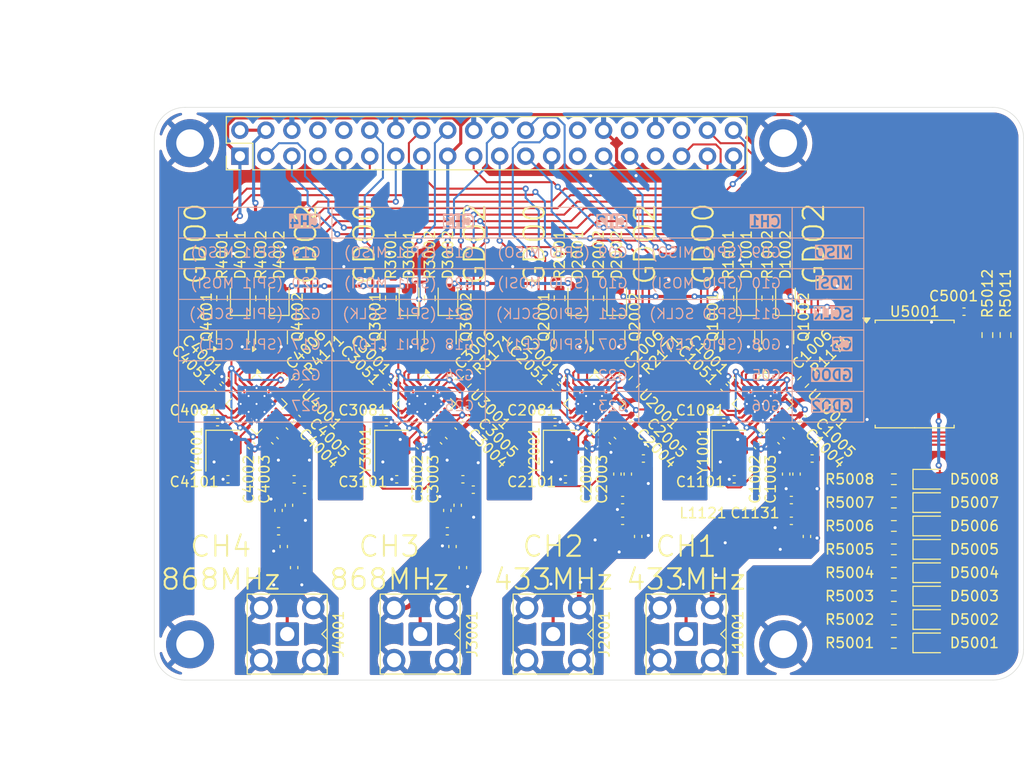
<source format=kicad_pcb>
(kicad_pcb (version 20240108) (generator "pcbnew") (generator_version "8.0")
  (title_block (title "CC1101 Raspberry Pi Hat") (date "2024-12-29") (rev "1"))
  (layers (0 "F.Cu" signal) (31 "B.Cu" signal) (34 "B.Paste" user) (35 "F.Paste" user) (36 "B.SilkS" user "B.Silkscreen") (37 "F.SilkS" user "F.Silkscreen") (38 "B.Mask" user) (39 "F.Mask" user) (44 "Edge.Cuts" user))
  (net 0 "")
  (net 1 "+3.3V")
  (net 2 "GND")
  (net 3 "Net-(U1001-DCOUPL)")
  (net 4 "Net-(U1001-XOSC_Q1)")
  (net 5 "Net-(U1001-XOSC_Q2)")
  (net 6 "Net-(U1001-RF_P)")
  (net 7 "Net-(C1121-Pad2)")
  (net 8 "Net-(C1122-Pad1)")
  (net 9 "Net-(C1123-Pad1)")
  (net 10 "Net-(C1124-Pad1)")
  (net 11 "Net-(J1001-In)")
  (net 12 "Net-(U1001-RF_N)")
  (net 13 "Net-(U2001-DCOUPL)")
  (net 14 "Net-(U2001-XOSC_Q1)")
  (net 15 "Net-(U2001-XOSC_Q2)")
  (net 16 "Net-(U2001-RF_P)")
  (net 17 "Net-(C2121-Pad2)")
  (net 18 "Net-(C2122-Pad1)")
  (net 19 "Net-(C2123-Pad1)")
  (net 20 "Net-(C2124-Pad1)")
  (net 21 "Net-(J2001-In)")
  (net 22 "Net-(U2001-RF_N)")
  (net 23 "Net-(U3001-DCOUPL)")
  (net 24 "Net-(U3001-XOSC_Q1)")
  (net 25 "Net-(U3001-XOSC_Q2)")
  (net 26 "Net-(C3121-Pad1)")
  (net 27 "Net-(C3121-Pad2)")
  (net 28 "Net-(C3122-Pad2)")
  (net 29 "Net-(C3123-Pad1)")
  (net 30 "Net-(C3124-Pad1)")
  (net 31 "Net-(C3125-Pad1)")
  (net 32 "Net-(J3001-In)")
  (net 33 "Net-(C3126-Pad2)")
  (net 34 "Net-(U4001-DCOUPL)")
  (net 35 "Net-(U4001-XOSC_Q1)")
  (net 36 "Net-(U4001-XOSC_Q2)")
  (net 37 "Net-(C4121-Pad2)")
  (net 38 "Net-(C4121-Pad1)")
  (net 39 "Net-(C4122-Pad2)")
  (net 40 "Net-(C4123-Pad1)")
  (net 41 "Net-(C4124-Pad1)")
  (net 42 "Net-(J4001-In)")
  (net 43 "Net-(C4125-Pad1)")
  (net 44 "Net-(C4126-Pad2)")
  (net 45 "+5V")
  (net 46 "Net-(D1001-K)")
  (net 47 "Net-(D1002-K)")
  (net 48 "Net-(D2001-K)")
  (net 49 "Net-(D2002-K)")
  (net 50 "Net-(D3001-K)")
  (net 51 "Net-(D3002-K)")
  (net 52 "Net-(D4001-K)")
  (net 53 "Net-(D4002-K)")
  (net 54 "Net-(D5001-K)")
  (net 55 "Net-(D5002-K)")
  (net 56 "Net-(D5003-K)")
  (net 57 "Net-(D5004-K)")
  (net 58 "Net-(D5005-K)")
  (net 59 "Net-(D5006-K)")
  (net 60 "Net-(D5007-K)")
  (net 61 "Net-(D5008-K)")
  (net 62 "/GDO0_3")
  (net 64 "/I2C_SCL")
  (net 65 "/CSn_4")
  (net 66 "/GDO2_3")
  (net 68 "/MISO_1")
  (net 69 "/I2C_SDA")
  (net 70 "/MOSI_1")
  (net 74 "/SCLK_2")
  (net 75 "/MOSI_2")
  (net 76 "/CSn_1")
  (net 77 "/GDO0_2")
  (net 78 "/GDO0_1")
  (net 79 "/SCLK_1")
  (net 80 "/GDO0_4")
  (net 81 "/GDO2_1")
  (net 82 "/CSn_3")
  (net 83 "/CSn_2")
  (net 84 "/MISO_2")
  (net 85 "/GDO2_4")
  (net 86 "/GDO2_2")
  (net 90 "Net-(U3001-RF_P)")
  (net 91 "Net-(U3001-RF_N)")
  (net 92 "Net-(U4001-RF_P)")
  (net 93 "Net-(U4001-RF_N)")
  (net 94 "Net-(Q1001-D)")
  (net 95 "Net-(Q1002-D)")
  (net 96 "Net-(Q2001-D)")
  (net 97 "Net-(Q2002-D)")
  (net 98 "Net-(Q3001-D)")
  (net 99 "Net-(Q3002-D)")
  (net 100 "Net-(Q4001-D)")
  (net 101 "Net-(Q4002-D)")
  (net 102 "Net-(U1001-RBIAS)")
  (net 103 "Net-(U2001-RBIAS)")
  (net 104 "Net-(U3001-RBIAS)")
  (net 105 "Net-(U4001-RBIAS)")
  (net 106 "Net-(U5001-P0)")
  (net 107 "Net-(U5001-P1)")
  (net 108 "Net-(U5001-P2)")
  (net 109 "Net-(U5001-P3)")
  (net 110 "Net-(U5001-P4)")
  (net 111 "Net-(U5001-P5)")
  (net 112 "Net-(U5001-P6)")
  (net 113 "Net-(U5001-P7)")
  (footprint "Resistor_SMD:R_0603_1608Metric" (layer "F.Cu") (at 152.317 76.4395 90)
    (property "Reference" "R1002")
    (property "Value" "200")
  )
  (footprint "LED_SMD:LED_0805_2012Metric" (layer "F.Cu") (at 121.095 76.4395 90)
    (property "Reference" "D3002")
    (property "Value" "Y")
  )
  (footprint "LED_SMD:LED_0805_2012Metric" (layer "F.Cu") (at 168.2485 107.851)
    (property "Reference" "D5002")
    (property "Value" "G")
  )
  (footprint "Capacitor_SMD:C_0402_1005Metric" (layer "F.Cu") (at 154.669 96.173 180)
    (property "Reference" "C1122" (hide yes))
    (property "Value" "8p2")
  )
  (footprint "Capacitor_SMD:C_0402_1005Metric" (layer "F.Cu") (at 131.565 88.553)
    (property "Reference" "C2081")
    (property "Value" "27p")
  )
  (footprint "Capacitor_SMD:C_0402_1005Metric" (layer "F.Cu") (at 122.826313 88.211841 -45)
    (property "Reference" "C3005")
    (property "Value" "100n")
  )
  (footprint "Capacitor_SMD:C_0402_1005Metric" (layer "F.Cu") (at 148.065 88.553)
    (property "Reference" "C1081")
    (property "Value" "27p")
  )
  (footprint "Capacitor_SMD:C_0402_1005Metric" (layer "F.Cu") (at 104.529 97.189 -90)
    (property "Reference" "C4124" (hide yes))
    (property "Value" "100p")
  )
  (footprint "Inductor_SMD:L_0402_1005Metric" (layer "F.Cu") (at 105.545 92.617 -90)
    (property "Reference" "L4121" (hide yes))
    (property "Value" "12n")
  )
  (footprint "Package_DFN_QFN:Texas_RGP0020D_VQFN-20-1EP_4x4mm_P0.5mm_EP2.7x2.7mm_ThermalVias" (layer "F.Cu") (at 135.375 86.775 -45)
    (property "Reference" "U2001")
    (property "Value" "CC1101")
  )
  (footprint "Resistor_SMD:R_0603_1608Metric" (layer "F.Cu") (at 173.837 80.038 -90)
    (property "Reference" "R5012")
    (property "Value" "4k7")
  )
  (footprint "MountingHole:MountingHole_2.7mm_M2.5_DIN965_Pad" (layer "F.Cu") (at 95.875 110.275)
    (property "Reference" "H3" (hide yes))
    (property "Value" "M2.5")
  )
  (footprint "Capacitor_SMD:C_0402_1005Metric" (layer "F.Cu") (at 121.029 97.189 -90)
    (property "Reference" "C3124" (hide yes))
    (property "Value" "100p")
  )
  (footprint "Capacitor_SMD:C_0402_1005Metric" (layer "F.Cu") (at 134.867 90.839 135)
    (property "Reference" "C2002")
    (property "Value" "100n")
  )
  (footprint "Inductor_SMD:L_0402_1005Metric" (layer "F.Cu") (at 106.561 96.681 -90)
    (property "Reference" "L4132" (hide yes))
    (property "Value" "18n")
  )
  (footprint "Capacitor_SMD:C_0402_1005Metric" (layer "F.Cu") (at 149.081 94.141 180)
    (property "Reference" "C1101")
    (property "Value" "27p")
  )
  (footprint "Inductor_SMD:L_0402_1005Metric" (layer "F.Cu") (at 156.193 95.665 -90)
    (property "Reference" "L1122" (hide yes))
    (property "Value" "22n")
  )
  (footprint "Capacitor_SMD:C_0402_1005Metric" (layer "F.Cu") (at 115.821713 84.440133 135)
    (property "Reference" "C3001")
    (property "Value" "100n")
  )
  (footprint "Package_DFN_QFN:Texas_RGP0020D_VQFN-20-1EP_4x4mm_P0.5mm_EP2.7x2.7mm_ThermalVias" (layer "F.Cu") (at 151.875 86.775 -45)
    (property "Reference" "U1001")
    (property "Value" "CC1101")
  )
  (footprint "Inductor_SMD:L_0402_1005Metric" (layer "F.Cu") (at 156.193 97.697 -90)
    (property "Reference" "L1123" (hide yes))
    (property "Value" "27n")
  )
  (footprint "Resistor_SMD:R_0603_1608Metric" (layer "F.Cu") (at 122.826313 84.619739 -135)
    (property "Reference" "R3171")
    (property "Value" "56k")
  )
  (footprint "LED_SMD:LED_0805_2012Metric" (layer "F.Cu") (at 168.2485 100.993)
    (property "Reference" "D5005")
    (property "Value" "Y")
  )
  (footprint "MountingHole:MountingHole_2.7mm_M2.5_DIN965_Pad" (layer "F.Cu") (at 153.875 110.275)
    (property "Reference" "H6001" (hide yes))
    (property "Value" "M2.5")
  )
  (footprint "LED_SMD:LED_0805_2012Metric" (layer "F.Cu") (at 168.2485 105.565)
    (property "Reference" "D5003")
    (property "Value" "G")
  )
  (footprint "Capacitor_SMD:C_0402_1005Metric" (layer "F.Cu") (at 131.603292 85.158554 135)
    (property "Reference" "C2051")
    (property "Value" "100n")
  )
  (footprint "Inductor_SMD:L_0402_1005Metric" (layer "F.Cu") (at 122.045 92.617 -90)
    (property "Reference" "L3121" (hide yes))
    (property "Value" "12n")
  )
  (footprint "Capacitor_SMD:C_0402_1005Metric" (layer "F.Cu") (at 155.826313 88.211841 -45)
    (property "Reference" "C1005")
    (property "Value" "100n")
  )
  (footprint "Capacitor_SMD:C_0402_1005Metric" (layer "F.Cu") (at 148.821713 84.440133 135)
    (property "Reference" "C1001")
    (property "Value" "100n")
  )
  (footprint "Inductor_SMD:L_0402_1005Metric" (layer "F.Cu") (at 106.561 92.617 -90)
    (property "Reference" "L4131" (hide yes))
    (property "Value" "12n")
  )
  (footprint "Capacitor_SMD:C_0402_1005Metric" (layer "F.Cu") (at 154.669 98.205 180)
    (property "Reference" "C1123" (hide yes))
    (property "Value" "5p6")
  )
  (footprint "Capacitor_SMD:C_0402_1005Metric" (layer "F.Cu") (at 107.069 95.157 180)
    (property "Reference" "C4131" (hide yes))
    (property "Value" "1p5")
  )
  (footprint "Connector_Coaxial:SMA_BAT_Wireless_BWSMA-KWE-Z001" (layer "F.Cu") (at 105.375 109.275 180)
    (property "Reference" "J4001")
    (property "Value" "SMA_868")
  )
  (footprint "Capacitor_SMD:C_0402_1005Metric" (layer "F.Cu") (at 122.045 96.681 -90)
    (property "Reference" "C3122" (hide yes))
    (property "Value" "1p5")
  )
  (footprint "Package_TO_SOT_SMD:SOT-23" (layer "F.Cu") (at 120.333 80.2495 90)
    (property "Reference" "Q3002")
    (property "Value" "2N7002")
  )
  (footprint "Inductor_SMD:L_0402_1005Metric" (layer "F.Cu") (at 105.037 95.157 180)
    (property "Reference" "L4122" (hide yes))
    (property "Value" "18n")
  )
  (footprint "Resistor_SMD:R_0603_1608Metric" (layer "F.Cu") (at 164.6925 100.993)
    (property "Reference" "R5005")
    (property "Value" "200")
  )
  (footprint "Resistor_SMD:R_0603_1608Metric" (layer "F.Cu") (at 132.007 76.4395 90)
    (property "Reference" "R2001")
    (property "Value" "200")
  )
  (footprint "Crystal:Crystal_SMD_3225-4Pin_3.2x2.5mm" (layer "F.Cu") (at 115.573 91.347 -90)
    (property "Reference" "Y3001")
    (property "Value" "26MHz")
  )
  (footprint "Inductor_SMD:L_0402_1005Metric" (layer "F.Cu") (at 122.553 100.745 -90)
    (property "Reference" "L3124" (hide yes))
    (property "Value" "12n")
  )
  (footprint "LED_SMD:LED_0805_2012Metric" (layer "F.Cu") (at 117.285 76.4395 90)
    (property "Reference" "D3001")
    (property "Value" "Y")
  )
  (footprint "Capacitor_SMD:C_0402_1005Metric" (layer "F.Cu") (at 139.326313 88.211841 -45)
    (property "Reference" "C2005")
    (property "Value" "100n")
  )
  (footprint "Package_TO_SOT_SMD:SOT-23" (layer "F.Cu") (at 153.333 80.2495 90)
    (property "Reference" "Q1002")
    (property "Value" "2N7002")
  )
  (footprint "Capacitor_SMD:C_0402_1005Metric" (layer "F.Cu") (at 171.551 77.752)
    (property "Reference" "C5001")
    (property "Value" "100n")
  )
  (footprint "Package_DFN_QFN:Texas_RGP0020D_VQFN-20-1EP_4x4mm_P0.5mm_EP2.7x2.7mm_ThermalVias" (layer "F.Cu") (at 102.375 86.775 -45)
    (property "Reference" "U4001")
    (property "Value" "CC1101")
  )
  (footprint "Capacitor_SMD:C_0402_1005Metric" (layer "F.Cu") (at 105.607892 88.930261 135)
    (property "Reference" "C4004")
    (property "Value" "100n")
  )
  (footprint "Inductor_SMD:L_0402_1005Metric" (layer "F.Cu") (at 139.693 95.665 -90)
    (property "Reference" "L2122" (hide yes))
    (property "Value" "22n")
  )
  (footprint "Resistor_SMD:R_0603_1608Metric" (layer "F.Cu") (at 102.817 76.4395 90)
    (property "Reference" "R4002")
    (property "Value" "200")
  )
  (footprint "Capacitor_SMD:C_0402_1005Metric" (layer "F.Cu") (at 105.037 100.717 -90)
    (property "Reference" "C4126" (hide yes))
    (property "Value" "47p")
  )
  (footprint "Capacitor_SMD:C_0402_1005Metric" (layer "F.Cu") (at 98.565 88.553)
    (property "Reference" "C4081")
    (property "Value" "27p")
  )
  (footprint "Inductor_SMD:L_0402_1005Metric" (layer "F.Cu") (at 139.693 97.697 -90)
    (property "Reference" "L2123" (hide yes))
    (property "Value" "27n")
  )
  (footprint "Capacitor_SMD:C_0402_1005Metric" (layer "F.Cu") (at 118.367 90.839 135)
    (property "Reference" "C3002")
    (property "Value" "100n")
  )
  (footprint "LED_SMD:LED_0805_2012Metric" (layer "F.Cu") (at 168.2485 110.137)
    (property "Reference" "D5001")
    (property "Value" "G")
  )
  (footprint "Resistor_SMD:R_0603_1608Metric" (layer "F.Cu") (at 106.326313 84.619739 -135)
    (property "Reference" "R4171")
    (property "Value" "56k")
  )
  (footprint "Capacitor_SMD:C_0402_1005Metric" (layer "F.Cu") (at 123.569 95.157 180)
    (property "Reference" "C3131" (hide yes))
    (property "Value" "1p5")
  )
  (footprint "Capacitor_SMD:C_0402_1005Metric" (layer "F.Cu") (at 104.529 99.221 180)
    (property "Reference" "C4123" (hide yes))
    (property "Value" "3p3")
  )
  (footprint "LED_SMD:LED_0805_2012Metric" (layer "F.Cu") (at 150.285 76.4395 90)
    (property "Reference" "D1001")
    (property "Value" "Y")
  )
  (footprint "Resistor_SMD:R_0603_1608Metric" (layer "F.Cu") (at 175.615 80.038 -90)
    (property "Reference" "R5011")
    (property "Value" "4k7")
  )
  (footprint "Capacitor_SMD:C_0402_1005Metric" (layer "F.Cu") (at 138.169 98.205 180)
    (property "Reference" "C2123" (hide yes))
    (property "Value" "5p6")
  )
  (footprint "Package_DFN_QFN:Texas_RGP0020D_VQFN-20-1EP_4x4mm_P0.5mm_EP2.7x2.7mm_ThermalVias" (layer "F.Cu") (at 118.875 86.775 -45)
    (property "Reference" "U3001")
    (property "Value" "CC1101")
  )
  (footprint "Package_TO_SOT_SMD:SOT-23" (layer "F.Cu") (at 133.023 80.2495 90)
    (property "Reference" "Q2001")
    (property "Value" "2N7002")
  )
  (footprint "LED_SMD:LED_0805_2012Metric" (layer "F.Cu") (at 133.785 76.4395 90)
    (property "Reference" "D2001")
    (property "Value" "Y")
  )
  (footprint "Resistor_SMD:R_0603_1608Metric" (layer "F.Cu") (at 164.6925 103.279)
    (property "Reference" "R5004")
    (property "Value" "200")
  )
  (footprint "Package_SO:SOIC-16W_7.5x10.3mm_P1.27mm" (layer "F.Cu") (at 166.725 83.848)
    (property "Reference" "U5001")
    (property "Value" "PCF8574")
  )
  (footprint "MountingHole:MountingHole_2.7mm_M2.5_DIN965_Pad" (layer "F.Cu") (at 95.875 61.275)
    (property "Reference" "H1" (hide yes))
    (property "Value" "M2.5")
  )
  (footprint "Package_TO_SOT_SMD:SOT-23" (layer "F.Cu") (at 100.023 80.2495 90)
    (property "Reference" "Q4001")
    (property "Value" "2N7002")
  )
  (footprint "Connector_PinHeader_2.54mm:PinHeader_2x20_P2.54mm_Vertical" (layer "F.Cu") (at 100.75 62.55 90)
    (property "Reference" "J6001" (hide yes))
    (property "Value" "Raspberry_Pi_4")
  )
  (footprint "Resistor_SMD:R_0603_1608Metric" (layer "F.Cu") (at 135.817 76.4395 90)
    (property "Reference" "R2002")
    (property "Value" "200")
  )
  (footprint "Resistor_SMD:R_0603_1608Metric" (layer "F.Cu") (at 148.507 76.4395 90)
    (property "Reference" "R1001")
    (property "Value" "200")
  )
  (footprint "Connector_Coaxial:SMA_BAT_Wireless_BWSMA-KWE-Z001" (layer "F.Cu") (at 118.375 109.275 180)
    (property "Reference" "J3001")
    (property "Value" "SMA_868")
  )
  (footprint "Capacitor_SMD:C_0402_1005Metric" (layer "F.Cu") (at 122.107892 88.930261 135)
    (property "Reference" "C3004")
    (property "Value" "100n")
  )
  (footprint "Inductor_SMD:L_0402_1005Metric" (layer "F.Cu") (at 121.537 95.157 180)
    (property "Reference" "L3122" (hide yes))
    (property "Value" "18n")
  )
  (footprint "Inductor_SMD:L_0402_1005Metric" (layer "F.Cu") (at 138.169 92.109 180)
    (property "Reference" "L2121" (hide yes))
    (property "Value" "27n")
  )
  (footprint "Resistor_SMD:R_0603_1608Metric" (layer "F.Cu") (at 155.826313 84.619739 -135)
    (property "Reference" "R1171")
    (property "Value" "56k")
  )
  (footprint "Crystal:Crystal_SMD_3225-4Pin_3.2x2.5mm" (layer "F.Cu") (at 148.573 91.347 -90)
    (property "Reference" "Y1001")
    (property "Value" "26MHz")
  )
  (footprint "Capacitor_SMD:C_0402_1005Metric" (layer "F.Cu") (at 154.161 93.633 -90)
    (property "Reference" "C1124" (hide yes))
    (property "Value" "220p")
  )
  (footprint "Capacitor_SMD:C_0402_1005Metric" (layer "F.Cu") (at 121.569077 84.080923 45)
    (property "Reference" "C3006")
    (property "Value" "100n")
  )
  (footprint "Inductor_SMD:L_0402_1005Metric" (layer "F.Cu") (at 139.693 93.633 -90)
    (property "Reference" "L2131" (hide yes))
    (property "Value" "27n")
  )
  (footprint "Capacitor_SMD:C_0402_1005Metric" (layer "F.Cu") (at 104.171051 90.367102 135)
    (property "Reference" "C4003")
    (property "Value" "100n")
  )
  (footprint "Capacitor_SMD:C_0402_1005Metric" (layer "F.Cu") (at 140.201 92.109 180)
    (property "Reference" "C2131" (hide yes))
    (property "Value" "3p9")
  )
  (footprint "Capacitor_SMD:C_0402_1005Metric" (layer "F.Cu") (at 137.171051 90.367102 135)
    (property "Reference" "C2003")
    (property "Value" "100n")
  )
  (footprint "Capacitor_SMD:C_0402_1005Metric" (layer "F.Cu") (at 116.081 94.141 180)
    (property "Reference" "C3101")
    (property "Value" "27p")
  )
  (footprint "Capacitor_SMD:C_0402_1005Metric" (layer "F.Cu") (at 105.069077 84.080923 45)
    (property "Reference" "C4006")
    (property "Value" "100n")
  )
  (footprint "LED_SMD:LED_0805_2012Metric" (layer "F.Cu") (at 168.2485 103.279)
    (property "Reference" "D5004")
    (property "Value" "Y")
  )
  (footprint "Resistor_SMD:R_0603_1608Metric" (layer "F.Cu") (at 139.326313 84.619739 -135)
    (property "Reference" "R2171")
    (property "Value" "56k")
  )
  (footprint "Capacitor_SMD:C_0402_1005Metric" (layer "F.Cu") (at 106.053 102.777 -90)
    (property "Reference" "C4125" (hide yes))
    (property "Value" "12p")
  )
  (footprint "Capacitor_SMD:C_0402_1005Metric" (layer "F.Cu") (at 120.671051 90.367102 135)
    (property "Reference" "C3003")
    (property "Value" "100n")
  )
  (footprint "Capacitor_SMD:C_0402_1005Metric" (layer "F.Cu") (at 115.103292 85.158554 135)
    (property "Reference" "C3051")
    (property "Value" "100n")
  )
  (footprint "Package_TO_SOT_SMD:SOT-23" (layer "F.Cu") (at 116.523 80.2495 90)
    (property "Reference" "Q3001")
    (property "Value" "2N7002")
  )
  (footprint "Resistor_SMD:R_0603_1608Metric" (layer "F.Cu") (at 164.6925 105.565)
    (property "Reference" "R5003")
    (property "Value" "200")
  )
  (footprint "LED_SMD:LED_0805_2012Metric" (layer "F.Cu") (at 154.095 76.4395 90)
    (property "Reference" "D1002")
    (property "Value" "Y")
  )
  (footprint "Capacitor_SMD:C_0402_1005Metric" (layer "F.Cu") (at 155.177 93.633 -90)
    (property "Reference" "C1121" (hide yes))
    (property "Value" "3p9")
  )
  (footprint "Inductor_SMD:L_0402_1005Metric" (layer "F.Cu") (at 123.061 96.681 -90)
    (property "Reference" "L3132" (hide yes))
    (property "Value" "18n")
  )
  (footprint "Capacitor_SMD:C_0402_1005Metric" (layer "F.Cu") (at 106.326313 88.211841 -45)
    (property "Reference" "C4005")
    (property "Value" "100n")
  )
  (footprint "MountingHole:MountingHole_2.7mm_M2.5_DIN965_Pad" (layer "F.Cu") (at 153.875 61.275)
    (property "Reference" "H2" (hide yes))
    (property "Value" "M2.5")
  )
  (footprint "Inductor_SMD:L_0402_1005Metric" (layer "F.Cu") (at 122.553 98.713 -90)
    (property "Reference" "L3123" (hide yes))
    (property "Value" "12n")
  )
  (footprint "Capacitor_SMD:C_0402_1005Metric" (layer "F.Cu") (at 156.701 92.109 180)
    (property "Reference" "C1131")
    (property "Value" "3p9")
  )
  (footprint "Inductor_SMD:L_0402_1005Metric" (layer "F.Cu") (at 121.537 102.777 -90)
    (property "Reference" "L3125" (hide yes))
    (property "Value" "3n3")
  )
  (footprint "Package_TO_SOT_SMD:SOT-23" (layer "F.Cu") (at 136.833 80.2495 90)
    (property "Reference" "Q2002")
    (property "Value" "2N7002")
  )
  (footprint "Capacitor_SMD:C_0402_1005Metric" (layer "F.Cu") (at 139.693 99.729 -90)
    (property "Reference" "C2125" (hide yes))
    (property "Value" "220p")
  )
  (footprint "LED_SMD:LED_0805_2012Metric" (layer "F.Cu") (at 168.2485 96.421)
    (property "Reference" "D5007")
    (property "Value" "R")
  )
  (footprint "Capacitor_SMD:C_0402_1005Metric" (layer "F.Cu") (at 153.671051 90.367102 135)
    (property "Reference" "C1003")
    (property "Value" "100n")
  )
  (footprint "Capacitor_SMD:C_0402_1005Metric" (layer "F.Cu") (at 99.321713 84.440133 135)
    (property "Reference" "C4001")
    (property "Value" "100n")
  )
  (footprint "Resistor_SMD:R_0603_1608Metric" (layer "F.Cu") (at 115.507 76.4395 90)
    (property "Reference" "R3001")
    (property "Value" "200")
  )
  (footprint "Capacitor_SMD:C_0402_1005Metric" (layer "F.Cu") (at 122.553 102.777 -90)
    (property "Reference" "C3125" (hide yes))
    (property "Value" "12p")
  )
  (footprint "Inductor_SMD:L_0402_1005Metric" (layer "F.Cu") (at 105.037 102.777 -90)
    (property "Reference" "L4125" (hide yes))
    (property "Value" "3n3")
  )
  (footprint "Capacitor_SMD:C_0402_1005Metric" (layer "F.Cu") (at 98.603292 85.158554 135)
    (property "Reference" "C4051")
    (property "Value" "100n")
  )
  (footprint "Crystal:Crystal_SMD_3225-4Pin_3.2x2.5mm" (layer "F.Cu") (at 99.073 91.347 -90)
    (property "Reference" "Y4001")
    (property "Value" "26MHz")
  )
  (footprint "Capacitor_SMD:C_0402_1005Metric" (layer "F.Cu") (at 137.661 93.633 -90)
    (property "Reference" "C2124" (hide yes))
    (property "Value" "220p")
  )
  (footprint "Symbol:OSHW-Logo_11.4x12mm_Copper" (layer "F.Cu") (at 167.75 65.55)
    (property "Reference" "REF**" (hide yes))
    (property "Value" "OSHW-Logo_11.4x12mm_Copper" (hide yes))
  )
  (footprint "Connector_Coaxial:SMA_BAT_Wireless_BWSMA-KWE-Z001" (layer "F.Cu") (at 131.375 109.275 180)
    (property "Reference" "J2001")
    (property "Value" "SMA_433")
  )
  (footprint "Resistor_SMD:R_0603_1608Metric" (layer "F.Cu") (at 119.317 76.4395 90)
    (property "Reference" "R3002")
    (property "Value" "200")
  )
  (footprint "LED_SMD:LED_0805_2012Metric" (layer "F.Cu") (at 168.2485 98.707)
    (property "Reference" "D5006")
    (property "Value" "Y")
  )
  (footprint "Resistor_SMD:R_0603_1608Metric" (layer "F.Cu") (at 164.6925 110.137)
    (property "Reference" "R5001")
    (property "Value" "150")
  )
  (footprint "Crystal:Crystal_SMD_3225-4Pin_3.2x2.5mm" (layer "F.Cu") (at 132.073 91.347 -90)
    (property "Reference" "Y2001")
    (property "Value" "26MHz")
  )
  (footprint "Capacitor_SMD:C_0402_1005Metric" (layer "F.Cu") (at 138.607892 88.930261 135)
    (property "Reference" "C2004")
    (property "Value" "100n")
  )
  (footprint "Inductor_SMD:L_0402_1005Metric" (layer "F.Cu") (at 154.669 92.109 180)
    (property "Reference" "L1121")
    (property "Value" "27n")
  )
  (footprint "Capacitor_SMD:C_0402_1005Metric" (layer "F.Cu") (at 122.553 94.141 180)
    (property "Reference" "C3121" (hide yes))
    (property "Value" "1p")
  )
  (footprint "Capacitor_SMD:C_0402_1005Metric" (layer "F.Cu") (at 105.545 96.681 -90)
    (property "Reference" "C4122" (hide yes))
    (property "Value" "1p5")
  )
  (footprint "LED_SMD:LED_0805_2012Metric" (layer "F.Cu") (at 104.595 76.4395 90)
    (property "Reference" "D4002")
    (property "Value" "Y")
  )
  (footprint "Capacitor_SMD:C_0402_1005Metric" (layer "F.Cu") (at 156.193 99.729 -90)
    (property "Reference" "C1125" (hide yes))
    (property "Value" "220p")
  )
  (footprint "LED_SMD:LED_0805_2012Metric" (layer "F.Cu") (at 100.785 76.4395 90)
    (property "Reference" "D4001")
    (property "Value" "Y")
  )
  (footprint "Capacitor_SMD:C_0402_1005Metric" (layer "F.Cu") (at 106.053 94.141 180)
    (property "Reference" "C4121" (hide yes))
    (property "Value" "1p")
  )
  (footprint "Inductor_SMD:L_0402_1005Metric" (layer "F.Cu") (at 123.061 92.617 -90)
    (property "Reference" "L3131" (hide yes))
    (property "Value" "12n")
  )
  (footprint "LED_SMD:LED_0805_2012Metric" (layer "F.Cu") (at 137.595 76.4395 90)
    (property "Reference" "D2002")
    (property "Value" "Y")
  )
  (footprint "Capacitor_SMD:C_0402_1005Metric" (layer "F.Cu") (at 151.367 90.839 135)
    (property "Reference" "C1002")
    (property "Value" "100n")
  )
  (footprint "Capacitor_SMD:C_0402_1005Metric" (layer "F.Cu") (at 121.029 99.221 180)
    (property "Reference" "C3123" (hide yes))
    (property "Value" "3p3")
  )
  (footprint "Resistor_SMD:R_0603_1608Metric" (layer "F.Cu") (at 99.007 76.4395 90)
    (property "Reference" "R4001")
    (property "Value" "200")
  )
  (footprint "Inductor_SMD:L_0402_1005Metric" (layer "F.Cu") (at 106.053 98.713 -90)
    (property "Reference" "L4123" (hide yes))
    (property "Value" "12n")
  )
  (footprint "Capacitor_SMD:C_0402_1005Metric" (layer "F.Cu") (at 148.103292 85.158554 135)
    (property "Reference" "C1051")
    (property "Value" "100n")
  )
  (footprint "Capacitor_SMD:C_0402_1005Metric" (layer "F.Cu") (at 138.069077 84.080923 45)
    (property "Reference" "C2006")
    (property "Value" "100n")
  )
  (footprint "Capacitor_SMD:C_0402_1005Metric" (layer "F.Cu") (at 115.065 88.553)
    (property "Reference" "C3081")
    (property "Value" "27p")
  )
  (footprint "LED_SMD:LED_0805_2012Metric" (layer "F.Cu") (at 168.2485 94.135)
    (property "Reference" "D5008")
    (property "Value" "R")
  )
  (footprint "Resistor_SMD:R_0603_1608Metric" (layer "F.Cu") (at 164.6925 98.707)
    (property "Reference" "R5006")
    (property "Value" "200")
  )
  (footprint "Inductor_SMD:L_0402_1005Metric" (layer "F.Cu") (at 106.053 100.745 -90)
    (property "Reference" "L4124" (hide yes))
    (property "Value" "12n")
  )
  (footprint "Capacitor_SMD:C_0402_1005Metric" (layer "F.Cu") (at 99.581 94.141 180)
    (property "Reference" "C4101")
    (property "Value" "27p")
  )
  (footprint "Capacitor_SMD:C_0402_1005Metric" (layer "F.Cu") (at 154.569077 84.080923 45)
    (property "Reference" "C1006")
    (property "Value" "100n")
  )
  (footprint "Package_TO_SOT_SMD:SOT-23" (layer "F.Cu") (at 149.523 80.2495 90)
    (property "Reference" "Q1001")
    (property "Value" "2N7002")
  )
  (footprint "Capacitor_SMD:C_0402_1005Metric" (layer "F.Cu") (at 101.867 90.839 135)
    (property "Reference" "C4002")
    (property "Value" "100n")
  )
  (footprint "Inductor_SMD:L_0402_1005Metric" (layer "F.Cu") (at 156.193 93.633 -90)
    (property "Reference" "L1131" (hide yes))
    (property "Value" "27n")
  )
  (footprint "Capacitor_SMD:C_0402_1005Metric" (layer "F.Cu") (at 132.321713 84.440133 135)
    (property "Reference" "C2001")
    (property "Value" "100n")
  )
  (footprint "Resistor_SMD:R_0603_1608Metric" (layer "F.Cu") (at 164.6925 94.135)
    (property "Reference" "R5008")
    (property "Value" "200")
  )
  (footprint "Package_TO_SOT_SMD:SOT-23" (layer "F.Cu") (at 103.833 80.2495 90)
    (property "Reference" "Q4002")
    (property "Value" "2N7002")
  )
  (footprint "Connector_Coaxial:SMA_BAT_Wireless_BWSMA-KWE-Z001" (layer "F.Cu") (at 144.375 109.275 180)
    (property "Reference" "J1001")
    (property "Value" "SMA_433")
  )
  (footprint "Resistor_SMD:R_0603_1608Metric" (layer "F.Cu") (at 164.6925 107.851)
    (property "Reference" "R5002")
    (property "Value" "150")
  )
  (footprint "Resistor_SMD:R_0603_1608Metric" (layer "F.Cu") (at 164.6925 96.421)
    (property "Reference" "R5007")
    (property "Value" "200")
  )
  (footprint "Capacitor_SMD:C_0402_1005Metric" (layer "F.Cu") (at 138.169 96.173 180)
    (property "Reference" "C2122" (hide yes))
    (property "Value" "8p2")
  )
  (footprint "Capacitor_SMD:C_0402_1005Metric" (layer "F.Cu") (at 132.581 94.141 180)
    (property "Reference" "C2101")
    (property "Value" "27p")
  )
  (footprint "Capacitor_SMD:C_0402_1005Metric" (layer "F.Cu") (at 121.537 100.717 -90)
    (property "Reference" "C3126" (hide yes))
    (property "Value" "47p")
  )
  (footprint "Capacitor_SMD:C_0402_1005Metric" (layer "F.Cu") (at 155.107892 88.930261 135)
    (property "Reference" "C1004")
    (property "Value" "100n")
  )
  (footprint "Capacitor_SMD:C_0402_1005Metric" (layer "F.Cu") (at 138.677 93.633 -90)
    (property "Reference" "C2121" (hide yes))
    (property "Value" "3p9")
  )
  (gr_rect (start 94.75 67.55) (end 161.75 88.55) (stroke (width 0.1)) (fill none) (layer "B.SilkS"))
  (gr_line (start 161.75 70.55) (end 94.75 70.55) (stroke (width 0.1)) (layer "B.SilkS"))
  (gr_line (start 161.75 73.55) (end 94.75 73.55) (stroke (width 0.1)) (layer "B.SilkS"))
  (gr_line (start 161.75 76.55) (end 94.75 76.55) (stroke (width 0.1)) (layer "B.SilkS"))
  (gr_line (start 139.75 67.55) (end 139.75 88.55) (stroke (width 0.1)) (layer "B.SilkS"))
  (gr_line (start 109.75 67.55) (end 109.75 88.55) (stroke (width 0.1)) (layer "B.SilkS"))
  (gr_line (start 161.75 85.55) (end 94.75 85.55) (stroke (width 0.1)) (layer "B.SilkS"))
  (gr_line (start 161.75 79.55) (end 94.75 79.55) (stroke (width 0.1)) (layer "B.SilkS"))
  (gr_line (start 124.75 67.55) (end 124.75 88.55) (stroke (width 0.1)) (layer "B.SilkS"))
  (gr_line (start 161.75 82.55) (end 94.75 82.55) (stroke (width 0.1)) (layer "B.SilkS"))
  (gr_line (start 154.75 67.55) (end 154.75 88.55) (stroke (width 0.1)) (layer "B.SilkS"))
  (gr_line (start 95.375 57.775) (end 174.375 57.775) (stroke (width 0.05)) (layer "Edge.Cuts"))
  (gr_line (start 92.375 110.775) (end 92.375 60.775) (stroke (width 0.05)) (layer "Edge.Cuts"))
  (gr_line (start 177.375 60.775) (end 177.375 110.775) (stroke (width 0.05)) (layer "Edge.Cuts"))
  (gr_arc (start 92.375 60.775) (mid 93.25368 58.65368) (end 95.375 57.775) (stroke (width 0.05)) (layer "Edge.Cuts"))
  (gr_arc (start 177.375 110.775) (mid 176.49632 112.89632) (end 174.375 113.775) (stroke (width 0.05)) (layer "Edge.Cuts"))
  (gr_arc (start 95.375 113.775) (mid 93.25368 112.89632) (end 92.375 110.775) (stroke (width 0.05)) (layer "Edge.Cuts"))
  (gr_line (start 174.375 113.775) (end 95.375 113.775) (stroke (width 0.05)) (layer "Edge.Cuts"))
  (gr_arc (start 174.375 57.775) (mid 176.49632 58.65368) (end 177.375 60.775) (stroke (width 0.05)) (layer "Edge.Cuts"))
  (gr_text "G05" (at 153.75 84.55 0) (layer "B.SilkS") (effects (font (size 1 1) (thickness 0.125)) (justify left bottom mirror)))
  (gr_text "G07 (SPI0 CE1)" (at 138.75 81.55 0) (layer "B.SilkS") (effects (font (size 1 1) (thickness 0.125)) (justify left bottom mirror)))
  (gr_text "CH2" (at 138.75 69.55 0) (layer "B.SilkS" knockout) (effects (font (size 1 1) (thickness 0.2) (bold yes)) (justify left bottom mirror)))
  (gr_text "CS" (at 160.75 81.55 0) (layer "B.SilkS" knockout) (effects (font (size 1 1) (thickness 0.2) (bold yes)) (justify left bottom mirror)))
  (gr_text "G11 (SPI0 SCLK)" (at 153.75 78.55 0) (layer "B.SilkS") (effects (font (size 1 1) (thickness 0.125)) (justify left bottom mirror)))
  (gr_text "G09 (SPI0 MISO)" (at 138.75 72.55 0) (layer "B.SilkS") (effects (font (size 1 1) (thickness 0.125)) (justify left bottom mirror)))
  (gr_text "G26" (at 108.75 84.55 0) (layer "B.SilkS") (effects (font (size 1 1) (thickness 0.125)) (justify left bottom mirror)))
  (gr_text "G17 (SPI1 CE1)" (at 108.75 81.55 0) (layer "B.SilkS") (effects (font (size 1 1) (thickness 0.125)) (justify left bottom mirror)))
  (gr_text "G18 (SPI1 CE0)" (at 123.75 81.55 0) (layer "B.SilkS") (effects (font (size 1 1) (thickness 0.125)) (justify left bottom mirror)))
  (gr_text "G11 (SPI0 SCLK)" (at 138.75 78.55 0) (layer "B.SilkS") (effects (font (size 1 1) (thickness 0.125)) (justify left bottom mirror)))
  (gr_text "G08 (SPI0 CE0)" (at 153.75 81.55 0) (layer "B.SilkS") (effects (font (size 1 1) (thickness 0.125)) (justify left bottom mirror)))
  (gr_text "MOSI" (at 160.75 75.55 0) (layer "B.SilkS" knockout) (effects (font (size 1 1) (thickness 0.2) (bold yes)) (justify left bottom mirror)))
  (gr_text "G22" (at 138.75 84.55 0) (layer "B.SilkS") (effects (font (size 1 1) (thickness 0.125)) (justify left bottom mirror)))
  (gr_text "G21 (SPI1 SCLK)" (at 108.75 78.55 0) (layer "B.SilkS") (effects (font (size 1 1) (thickness 0.125)) (justify left bottom mirror)))
  (gr_text "G19 (SPI1 MISO)" (at 108.75 72.55 0) (layer "B.SilkS") (effects (font (size 1 1) (thickness 0.125)) (justify left bottom mirror)))
  (gr_text "G09 (SPI0 MISO)" (at 153.75 72.55 0) (layer "B.SilkS") (effects (font (size 1 1) (thickness 0.125)) (justify left bottom mirror)))
  (gr_text "G23" (at 138.75 87.55 0) (layer "B.SilkS") (effects (font (size 1 1) (thickness 0.125)) (justify left bottom mirror)))
  (gr_text "G21 (SPI1 SCLK)" (at 123.75 78.55 0) (layer "B.SilkS") (effects (font (size 1 1) (thickness 0.125)) (justify left bottom mirror)))
  (gr_text "G25" (at 123.75 87.55 0) (layer "B.SilkS") (effects (font (size 1 1) (thickness 0.125)) (justify left bottom mirror)))
  (gr_text "G20 (SPI1 MOSI)" (at 123.75 75.55 0) (layer "B.SilkS") (effects (font (size 1 1) (thickness 0.125)) (justify left bottom mirror)))
  (gr_text "GDO0" (at 160.75 84.55 0) (layer "B.SilkS" knockout) (effects (font (size 1 1) (thickness 0.2) (bold yes)) (justify left bottom mirror)))
  (gr_text "GDO2" (at 160.75 87.55 0) (layer "B.SilkS" knockout) (effects (font (size 1 1) (thickness 0.2) (bold yes)) (justify left bottom mirror)))
  (gr_text "CH4" (at 108.75 69.55 0) (layer "B.SilkS" knockout) (effects (font (size 1 1) (thickness 0.2) (bold yes)) (justify left bottom mirror)))
  (gr_text "SCLK" (at 160.75 78.55 0) (layer "B.SilkS" knockout) (effects (font (size 1 1) (thickness 0.2) (bold yes)) (justify left bottom mirror)))
  (gr_text "G10 (SPI0 MOSI)" (at 153.75 75.55 0) (layer "B.SilkS") (effects (font (size 1 1) (thickness 0.125)) (justify left bottom mirror)))
  (gr_text "G24" (at 123.75 84.55 0) (layer "B.SilkS") (effects (font (size 1 1) (thickness 0.125)) (justify left bottom mirror)))
  (gr_text "G10 (SPI0 MOSI)" (at 138.75 75.55 0) (layer "B.SilkS") (effects (font (size 1 1) (thickness 0.125)) (justify left bottom mirror)))
  (gr_text "CH3" (at 123.75 69.55 0) (layer "B.SilkS" knockout) (effects (font (size 1 1) (thickness 0.2) (bold yes)) (justify left bottom mirror)))
  (gr_text "G20 (SPI1 MOSI)" (at 108.75 75.55 0) (layer "B.SilkS") (effects (font (size 1 1) (thickness 0.125)) (justify left bottom mirror)))
  (gr_text "G27" (at 108.75 87.55 0) (layer "B.SilkS") (effects (font (size 1 1) (thickness 0.125)) (justify left bottom mirror)))
  (gr_text "G19 (SPI1 MISO)" (at 123.75 72.55 0) (layer "B.SilkS") (effects (font (size 1 1) (thickness 0.125)) (justify left bottom mirror)))
  (gr_text "G06" (at 153.75 87.55 0) (layer "B.SilkS") (effects (font (size 1 1) (thickness 0.125)) (justify left bottom mirror)))
  (gr_text "MISO" (at 160.75 72.55 0) (layer "B.SilkS" knockout) (effects (font (size 1 1) (thickness 0.2) (bold yes)) (justify left bottom mirror)))
  (gr_text "CH1" (at 153.75 69.55 0) (layer "B.SilkS" knockout) (effects (font (size 1 1) (thickness 0.2) (bold yes)) (justify left bottom mirror)))
  (gr_text "GDO2" (at 124.88 75.25 90) (layer "F.SilkS") (effects (font (size 2 2) (thickness 0.2)) (justify left bottom)))
  (gr_text "GDO0" (at 147.232 75.25 90) (layer "F.SilkS") (effects (font (size 2 2) (thickness 0.2)) (justify left bottom)))
  (gr_text "GDO0" (at 130.722 75.25 90) (layer "F.SilkS") (effects (font (size 2 2) (thickness 0.2)) (justify left bottom)))
  (gr_text "CH4\n868MHz" (at 98.875 105.095 0) (layer "F.SilkS") (effects (font (size 2 2) (thickness 0.2)) (justify bottom)))
  (gr_text "CH1\n433MHz" (at 144.375 105.095 0) (layer "F.SilkS") (effects (font (size 2 2) (thickness 0.2)) (justify bottom)))
  (gr_text "GDO2" (at 108.37 75.25 90) (layer "F.SilkS") (effects (font (size 2 2) (thickness 0.2)) (justify left bottom)))
  (gr_text "CH3\n868MHz" (at 115.355 105.095 0) (layer "F.SilkS") (effects (font (size 2 2) (thickness 0.2)) (justify bottom)))
  (gr_text "GDO0" (at 114.085 75.25 90) (layer "F.SilkS") (effects (font (size 2 2) (thickness 0.2)) (justify left bottom)))
  (gr_text "GDO0" (at 97.575 75.25 90) (layer "F.SilkS") (effects (font (size 2 2) (thickness 0.2)) (justify left bottom)))
  (gr_text "CH2\n433MHz" (at 131.375 105.095 0) (layer "F.SilkS") (effects (font (size 2 2) (thickness 0.2)) (justify bottom)))
  (gr_text "GDO2" (at 158.027 75.25 90) (layer "F.SilkS") (effects (font (size 2 2) (thickness 0.2)) (justify left bottom)))
  (gr_text "GDO2" (at 141.517 75.25 90) (layer "F.SilkS") (effects (font (size 2 2) (thickness 0.2)) (justify left bottom)))
  (segment (start 123.433549 58.486) (end 146.47 58.486) (width 0.3048) (layer "F.Cu") (net 1))
  (segment (start 99.5476 59.511949) (end 99.5476 61.3476) (width 0.3048) (layer "F.Cu") (net 1))
  (segment (start 121.568051 58.8076) (end 100.251949 58.8076) (width 0.3048) (layer "F.Cu") (net 1))
  (segment (start 172.031 77.752) (end 172.031 78.747) (width 0.2) (layer "F.Cu") (net 1))
  (segment (start 150.840856 88.544775) (end 150.295367 89.090264) (width 0.3048) (layer "F.Cu") (net 1))
  (segment (start 150.840856 88.51625) (end 150.840856 88.544775) (width 0.3048) (layer "F.Cu") (net 1))
  (segment (start 101.340856 88.51625) (end 101.340856 88.517653) (width 0.3048) (layer "F.Cu") (net 1))
  (segment (start 121.568051 58.8076) (end 122.34 59.579549) (width 0.3048) (layer "F.Cu") (net 1))
  (segment (start 154.768481 88.59085) (end 154.397956 88.59085) (width 0.2) (layer "F.Cu") (net 1))
  (segment (start 151.480318 89.912318) (end 151.607318 89.785318) (width 0.3048) (layer "F.Cu") (net 1))
  (segment (start 139.485 87.315) (end 139.485 87.374332) (width 0.2) (layer "F.Cu") (net 1))
  (segment (start 104.729666 84.420334) (end 103.762697 85.387303) (width 0.2) (layer "F.Cu") (net 1))
  (segment (start 136.83164 90.027691) (end 135.336457 90.027691) (width 0.2) (layer "F.Cu") (net 1))
  (segment (start 105.268481 88.59085) (end 104.897956 88.59085) (width 0.2) (layer "F.Cu") (net 1))
  (segment (start 153.33164 90.027691) (end 153.33164 89.645854) (width 0.2) (layer "F.Cu") (net 1))
  (segment (start 120.33164 90.027691) (end 120.33164 93.51436) (width 0.2) (layer "F.Cu") (net 1))
  (segment (start 157.75 68.55) (end 166.2896 77.0896) (width 0.3048) (layer "F.Cu") (net 1))
  (segment (start 132.672438 84.779544) (end 133.63375 85.740856) (width 0.2) (layer "F.Cu") (net 1))
  (segment (start 111.84843 87.87243) (end 112.942 88.966) (width 0.2) (layer "F.Cu") (net 1))
  (segment (start 138.986901 87.87243) (end 138.268481 88.59085) (width 0.2) (layer "F.Cu") (net 1))
  (segment (start 116.172438 84.779544) (end 117.13375 85.740856) (width 0.2) (layer "F.Cu") (net 1))
  (segment (start 118.285 78.996948) (end 118.285 76.529) (width 0.2) (layer "F.Cu") (net 1))
  (segment (start 149.703134 94.935) (end 151.027589 93.610545) (width 0.2) (layer "F.Cu") (net 1))
  (segment (start 138.986902 87.87243) (end 139.485 87.374332) (width 0.2) (layer "F.Cu") (net 1))
  (segment (start 103.83164 90.027691) (end 102.065691 90.027691) (width 0.2) (layer "F.Cu") (net 1))
  (segment (start 122.34 61.28) (end 122.34 59.579549) (width 0.3048) (layer "F.Cu") (net 1))
  (segment (start 122.486901 87.87243) (end 121.768481 88.59085) (width 0.2) (layer "F.Cu") (net 1))
  (segment (start 121.229666 84.420334) (end 120.262697 85.387303) (width 0.2) (layer "F.Cu") (net 1))
  (segment (start 118.829691 90.027691) (end 118.573265 89.771265) (width 0.2) (layer "F.Cu") (net 1))
  (segment (start 145.835 92.311134) (end 148.458866 94.935) (width 0.2) (layer "F.Cu") (net 1))
  (segment (start 120.33164 90.027691) (end 118.829691 90.027691) (width 0.2) (layer "F.Cu") (net 1))
  (segment (start 155.486902 87.823098) (end 155.995 87.315) (width 0.2) (layer "F.Cu") (net 1))
  (segment (start 146.978 58.486) (end 147.35421 58.486) (width 0.3048) (layer "F.Cu") (net 1))
  (segment (start 118.027589 90.316941) (end 118.573265 89.771265) (width 0.3048) (layer "F.Cu") (net 1))
  (segment (start 120.33164 93.51436) (end 118.784 95.062) (width 0.2) (layer "F.Cu") (net 1))
  (segment (start 122.486902 87.87243) (end 121.386644 87.87243) (width 0.2) (layer "F.Cu") (net 1))
  (segment (start 129.706 93.538) (end 130.976 94.808) (width 0.2) (layer "F.Cu") (net 1))
  (segment (start 122.34 59.579549) (end 123.433549 58.486) (width 0.3048) (layer "F.Cu") (net 1))
  (segment (start 112.942 88.966) (end 112.942 93.284) (width 0.2) (layer "F.Cu") (net 1))
  (segment (start 171.41884 77.0896) (end 172.031 77.70176) (width 0.3048) (layer "F.Cu") (net 1))
  (segment (start 145.835 89.22) (end 145.835 92.311134) (width 0.2) (layer "F.Cu") (net 1))
  (segment (start 99.661124 84.779544) (end 99.661124 83.704876) (width 0.2) (layer "F.Cu") (net 1))
  (segment (start 134.340856 88.53605) (end 133.783591 89.093315) (width 0.3048) (layer "F.Cu") (net 1))
  (segment (start 151.595691 90.027691) (end 151.480318 89.912318) (width 0.2) (layer "F.Cu") (net 1))
  (segment (start 102.065691 90.027691) (end 102.02 89.982) (width 0.2) (layer "F.Cu") (net 1))
  (segment (start 104.897956 88.59085) (end 104.11625 87.809144) (width 0.2) (layer "F.Cu") (net 1))
  (segment (start 154.229666 84.420334) (end 153.262697 85.387303) (width 0.2) (layer "F.Cu") (net 1))
  (segment (start 149.161124 83.700348) (end 149.23536 83.626112) (width 0.2) (layer "F.Cu") (net 1))
  (segment (start 135.04 94.808) (end 136.056 93.792) (width 0.2) (layer "F.Cu") (net 1))
  (segment (start 139.544332 87.315) (end 143.93 87.315) (width 0.2) (layer "F.Cu") (net 1))
  (segment (start 134.527589 90.499589) (end 134.527589 90.061931) (width 0.3048) (layer "F.Cu") (net 1))
  (segment (start 166.2896 77.0896) (end 171.41884 77.0896) (width 0.3048) (layer "F.Cu") (net 1))
  (segment (start 98.1796 70.9624) (end 100.75 68.392) (width 0.2) (layer "F.Cu") (net 1))
  (segment (start 139.485 87.374332) (end 139.544332 87.315) (width 0.2) (layer "F.Cu") (net 1))
  (segment (start 137.729666 84.420334) (end 136.762697 85.387303) (width 0.2) (layer "F.Cu") (net 1))
  (segment (start 132.661124 84.779544) (end 132.661124 83.720992) (width 0.2) (layer "F.Cu") (net 1))
  (segment (start 153.33164 90.027691) (end 151.595691 90.027691) (width 0.2) (layer "F.Cu") (net 1))
  (segment (start 105.268482 88.59085) (end 105.986902 87.87243) (width 0.2) (layer "F.Cu") (net 1))
  (segment (start 136.056 91.161058) (end 136.83164 90.385418) (width 0.2) (layer "F.Cu") (net 1))
  (segment (start 99.919187 83.302283) (end 99.919187 80.655135) (width 0.2) (layer "F.Cu") (net 1))
  (segment (start 151.027589 90.365047) (end 151.480318 89.912318) (width 0.3048) (layer "F.Cu") (net 1))
  (segment (start 121.397956 88.59085) (end 120.61625 87.809144) (width 0.2) (layer "F.Cu") (net 1))
  (segment (start 134.340856 88.51625) (end 134.340856 88.53605) (width 0.3048) (layer "F.Cu") (net 1))
  (segment (start 99.661124 83.704876) (end 99.988 83.378) (width 0.2) (layer "F.Cu") (net 1))
  (segment (start 100.251949 58.8076) (end 99.5476 59.511949) (width 0.3048) (layer "F.Cu") (net 1))
  (segment (start 112.942 93.284) (end 114.72 95.062) (width 0.2) (layer "F.Cu") (net 1))
  (segment (start 127.59643 87.87243) (end 129.706 89.982) (width 0.2) (layer "F.Cu") (net 1))
  (segment (start 155.486902 87.87243) (end 154.386644 87.87243) (width 0.2) (layer "F.Cu") (net 1))
  (segment (start 137.886644 87.87243) (end 137.469804 87.45559) (width 0.2) (layer "F.Cu") (net 1))
  (segment (start 101.340856 88.517653) (end 100.759797 89.098712) (width 0.3048) (layer "F.Cu") (net 1))
  (segment (start 105.986902 87.87243) (end 111.84843 87.87243) (width 0.2) (layer "F.Cu") (net 1))
  (segment (start 149.161124 84.779544) (end 149.161124 83.700348) (width 0.2) (layer "F.Cu") (net 1))
  (segment (start 171.375 79.403) (end 173.647 79.403) (width 0.2) (layer "F.Cu") (net 1))
  (segment (start 102.02 90.007178) (end 101.527589 90.499589) (width 0.3048) (layer "F.Cu") (net 1))
  (segment (start 151.027589 93.610545) (end 151.027589 90.499589) (width 0.2) (layer "F.Cu") (net 1))
  (segment (start 129.706 89.982) (end 129.706 93.538) (width 0.2) (layer "F.Cu") (net 1))
  (segment (start 137.897956 88.59085) (end 137.11625 87.809144) (width 0.2) (layer "F.Cu") (net 1))
  (segment (start 103.83164 89.645854) (end 103.05559 88.869804) (width 0.2) (layer "F.Cu") (net 1))
  (segment (start 154.386644 87.87243) (end 153.969804 87.45559) (width 0.2) (layer "F.Cu") (net 1))
  (segment (start 103.83164 90.027691) (end 103.83164 89.645854) (width 0.2) (layer "F.Cu") (net 1))
  (segment (start 120.33164 90.027691) (end 120.33164 89.645854) (width 0.2) (layer "F.Cu") (net 1))
  (segment (start 146.47 58.486) (end 146.978 58.486) (width 0.3048) (layer "F.Cu") (net 1))
  (segment (start 121.386644 87.87243) (end 120.969804 87.45559) (width 0.2) (layer "F.Cu") (net 1))
  (segment (start 117.316424 89.040682) (end 117.316424 89.142149) (width 0.3048) (layer "F.Cu") (net 1))
  (segment (start 121.07 62.55) (end 122.34 61.28) (width 0.3048) (layer "F.Cu") (net 1))
  (segment (start 143.93 87.315) (end 145.835 89.22) (width 0.2) (layer "F.Cu") (net 1))
  (segment (start 121.768481 88.59085) (end 121.397956 88.59085) (width 0.2) (layer "F.Cu") (net 1))
  (segment (start 105.986902 87.87243) (end 104.886644 87.87243) (width 0.2) (layer "F.Cu") (net 1))
  (segment (start 146.47 58.486) (end 156.487 58.486) (width 0.3048) (layer "F.Cu") (net 1))
  (segment (start 122.486902 87.87243) (end 127.59643 87.87243) (width 0.2) (layer "F.Cu") (net 1))
  (segment (start 138.986902 87.87243) (end 137.886644 87.87243) (width 0.2) (layer "F.Cu") (net 1))
  (segment (start 102.02 89.982) (end 102.02 90.007178) (width 0.3048) (layer "F.Cu") (net 1))
  (segment (start 116.161124 83.703549) (end 116.234549 83.630124) (width 0.2) (layer "F.Cu") (net 1))
  (segment (start 146.978 58.486) (end 147.232 58.486) (width 0.3048) (layer "F.Cu") (net 1))
  (segment (start 116.234549 81.047399) (end 118.285 78.996948) (width 0.2) (layer "F.Cu") (net 1))
  (segment (start 153.33164 89.645854) (end 152.55559 88.869804) (width 0.2) (layer "F.Cu") (net 1))
  (segment (start 172.031 78.747) (end 171.375 79.403) (width 0.2) (layer "F.Cu") (net 1))
  (segment (start 99.5476 61.3476) (end 100.75 62.55) (width 0.3048) (layer "F.Cu") (net 1))
  (segment (start 155.486901 87.87243) (end 154.768481 88.59085) (width 0.2) (layer "F.Cu") (net 1))
  (segment (start 100.622436 85.740856) (end 99.661124 84.779544) (width 0.2) (layer "F.Cu") (net 1))
  (segment (start 98.1796 78.915548) (end 98.1796 70.9624) (width 0.2) (layer "F.Cu") (net 1))
  (segment (start 138.268481 88.59085) (end 137.897956 88.59085) (width 0.2) (layer "F.Cu") (net 1))
  (segment (start 104.886644 87.87243) (end 104.469804 87.45559) (width 0.2) (layer "F.Cu") (net 1))
  (segment (start 99.919187 80.655135) (end 98.1796 78.915548) (width 0.2) (layer "F.Cu") (net 1))
  (segment (start 118.285 76.529) (end 118.276 76.52) (width 0.2) (layer "F.Cu") (net 1))
  (segment (start 114.72 95.062) (end 118.784 95.062) (width 0.2) (layer "F.Cu") (net 1))
  (segment (start 157.75 59.749) (end 157.75 68.55) (width 0.3048) (layer "F.Cu") (net 1))
  (segment (start 136.83164 89.645854) (end 136.05559 88.869804) (width 0.2) (layer "F.Cu") (net 1))
  (segment (start 130.976 94.808) (end 135.04 94.808) (width 0.2) (layer "F.Cu") (net 1))
  (segment (start 136.056 93.792) (end 136.056 91.161058) (width 0.2) (layer "F.Cu") (net 1))
  (segment (start 116.234549 83.630124) (end 116.234549 81.047399) (width 0.2) (layer "F.Cu") (net 1))
  (segment (start 156.487 58.486) (end 157.75 59.749) (width 0.3048) (layer "F.Cu") (net 1))
  (segment (start 117.840856 88.51625) (end 117.316424 89.040682) (width 0.3048) (layer "F.Cu") (net 1))
  (segment (start 136.83164 90.385418) (end 136.83164 90.027691) (width 0.2) (layer "F.Cu") (net 1))
  (segment (start 154.397956 88.59085) (end 153.61625 87.809144) (width 0.2) (layer "F.Cu") (net 1))
  (segment (start 136.83164 90.027691) (end 136.83164 89.645854) (width 0.2) (layer "F.Cu") (net 1))
  (segment (start 99.988 83.378) (end 99.919187 83.309187) (width 0.2) (layer "F.Cu") (net 1))
  (segment (start 116.161124 84.779544) (end 116.161124 83.703549) (width 0.2) (layer "F.Cu") (net 1))
  (segment (start 120.33164 89.645854) (end 119.55559 88.869804) (width 0.2) (layer "F.Cu") (net 1))
  (segment (start 99.919187 83.309187) (end 99.919187 83.302283) (width 0.2) (layer "F.Cu") (net 1))
  (segment (start 148.458866 94.935) (end 149.703134 94.935) (width 0.2) (layer "F.Cu") (net 1))
  (segment (start 132.661124 83.720992) (end 132.750655 83.631461) (width 0.2) (layer "F.Cu") (net 1))
  (segment (start 149.172438 84.779544) (end 150.13375 85.740856) (width 0.2) (layer "F.Cu") (net 1))
  (segment (start 147.232 58.486) (end 147.35421 58.486) (width 0.3048) (layer "F.Cu") (net 1))
  (segment (start 175.615 79.213) (end 173.837 79.213) (width 0.2) (layer "F.Cu") (net 1))
  (segment (start 135.336457 90.027691) (end 134.949143 89.640377) (width 0.2) (layer "F.Cu") (net 1))
  (segment (start 134.527589 90.061931) (end 134.949143 89.640377) (width 0.3048) (layer "F.Cu") (net 1))
  (via (at 137.729666 84.420334) (size 0.6) (drill 0.3) (layers "F.Cu" "B.Cu") (net 1))
  (via (at 139.485 87.374332) (size 0.6) (drill 0.3) (layers "F.Cu" "B.Cu") (net 1))
  (via (at 122.486902 87.87243) (size 0.6) (drill 0.3) (layers "F.Cu" "B.Cu") (net 1))
  (via (at 121.229666 84.420334) (size 0.6) (drill 0.3) (layers "F.Cu" "B.Cu") (net 1))
  (via (at 155.995 87.315) (size 0.6) (drill 0.3) (layers "F.Cu" "B.Cu") (net 1))
  (via (at 132.750655 83.631461) (size 0.6) (drill 0.3) (layers "F.Cu" "B.Cu") (net 1))
  (via (at 118.276 76.52) (size 0.6) (drill 0.3) (layers "F.Cu" "B.Cu") (net 1))
  (via (at 134.949143 89.640377) (size 0.6) (drill 0.3) (layers "F.Cu" "B.Cu") (net 1))
  (via (at 151.607318 89.785318) (size 0.6) (drill 0.3) (layers "F.Cu" "B.Cu") (net 1))
  (via (at 99.919187 83.302283) (size 0.6) (drill 0.3) (layers "F.Cu" "B.Cu") (net 1))
  (via (at 150.295367 89.090264) (size 0.6) (drill 0.3) (layers "F.Cu" "B.Cu") (net 1))
  (via (at 117.316424 89.142149) (size 0.6) (drill 0.3) (layers "F.Cu" "B.Cu") (net 1))
  (via (at 116.234549 83.630124) (size 0.6) (drill 0.3) (layers "F.Cu" "B.Cu") (net 1))
  (via (at 149.23536 83.626112) (size 0.6) (drill 0.3) (layers "F.Cu" "B.Cu") (net 1))
  (via (at 154.229666 84.420334) (size 0.6) (drill 0.3) (layers "F.Cu" "B.Cu") (net 1))
  (via (at 104.729666 84.420334) (size 0.6) (drill 0.3) (layers "F.Cu" "B.Cu") (net 1))
  (via (at 100.759797 89.098712) (size 0.6) (drill 0.3) (layers "F.Cu" "B.Cu") (net 1))
  (via (at 102.02 89.982) (size 0.6) (drill 0.3) (layers "F.Cu" "B.Cu") (net 1))
  (via (at 133.783591 89.093315) (size 0.6) (drill 0.3) (layers "F.Cu" "B.Cu") (net 1))
  (via (at 118.573265 89.771265) (size 0.6) (drill 0.3) (layers "F.Cu" "B.Cu") (net 1))
  (via (at 100.75 68.392) (size 0.6) (drill 0.3) (layers "F.Cu" "B.Cu") (net 1))
  (segment (start 137.58 85.469332) (end 137.58 84.57) (width 0.2) (layer "B.Cu") (net 1))
  (segment (start 155.995 87.315) (end 154.229666 85.549666) (width 0.2) (layer "B.Cu") (net 1))
  (segment (start 150.029582 84.420334) (end 154.229666 84.420334) (width 0.2) (layer "B.Cu") (net 1))
  (segment (start 150.912264 89.090264) (end 151.607318 89.785318) (width 0.3048) (layer "B.Cu") (net 1))
  (segment (start 116.234549 88.060274) (end 117.316424 89.142149) (width 0.2) (layer "B.Cu") (net 1))
  (segment (start 134.405315 89.093315) (end 134.949143 89.637143) (width 0.3048) (layer "B.Cu") (net 1))
  (segment (start 150.295367 89.090264) (end 150.912264 89.090264) (width 0.3048) (layer "B.Cu") (net 1))
  (segment (start 121.07 62.55) (end 121.07 69.662) (width 0.3048) (layer "B.Cu") (net 1))
  (segment (start 117.944149 89.142149) (end 118.573265 89.771265) (width 0.3048) (layer "B.Cu") (net 1))
  (segment (start 132.754 83.634806) (end 132.754 88.063724) (width 0.2) (layer "B.Cu") (net 1))
  (segment (start 122.486902 87.87243) (end 122.486902 85.67757) (width 0.2) (layer "B.Cu") (net 1))
  (segment (start 149.23536 83.626112) (end 150.029582 84.420334) (width 0.2) (layer "B.Cu") (net 1))
  (segment (start 117.024759 84.420334) (end 121.229666 84.420334) (width 0.2) (layer "B.Cu") (net 1))
  (segment (start 99.919187 83.302283) (end 99.919187 88.258102) (width 0.2) (layer "B.Cu") (net 1))
  (segment (start 99.919187 83.302283) (end 101.037238 84.420334) (width 0.2) (layer "B.Cu") (net 1))
  (segment (start 133.783591 89.093315) (end 134.405315 89.093315) (width 0.3048) (layer "B.Cu") (net 1))
  (segment (start 101.136712 89.098712) (end 102.02 89.982) (width 0.3048) (layer "B.Cu") (net 1))
  (segment (start 133.539528 84.420334) (end 137.729666 84.420334) (width 0.2) (layer "B.Cu") (net 1))
  (segment (start 149.23536 88.030257) (end 150.295367 89.090264) (width 0.2) (layer "B.Cu") (net 1))
  (segment (start 132.750655 83.631461) (end 132.754 83.634806) (width 0.2) (layer "B.Cu") (net 1))
  (segment (start 99.919187 88.258102) (end 100.759797 89.098712) (width 0.2) (layer "B.Cu") (net 1))
  (segment (start 121.07 69.662) (end 118.276 72.456) (width 0.3048) (layer "B.Cu") (net 1))
  (segment (start 117.316424 89.142149) (end 117.944149 89.142149) (width 0.3048) (layer "B.Cu") (net 1))
  (segment (start 116.234549 83.630124) (end 116.234549 88.060274) (width 0.2) (layer "B.Cu") (net 1))
  (segment (start 154.229666 85.549666) (end 154.229666 84.420334) (width 0.2) (layer "B.Cu") (net 1))
  (segment (start 116.234549 83.630124) (end 117.024759 84.420334) (width 0.2) (layer "B.Cu") (net 1))
  (segment (start 149.23536 83.626112) (end 149.23536 88.030257) (width 0.2) (layer "B.Cu") (net 1))
  (segment (start 122.486902 85.67757) (end 121.229666 84.420334) (width 0.2) (layer "B.Cu") (net 1))
  (segment (start 118.276 72.456) (end 118.276 76.52) (width 0.3048) (layer "B.Cu") (net 1))
  (segment (start 132.750655 83.631461) (end 133.539528 84.420334) (width 0.2) (layer "B.Cu") (net 1))
  (segment (start 139.485 87.374332) (end 137.58 85.469332) (width 0.2) (layer "B.Cu") (net 1))
  (segment (start 100.759797 89.098712) (end 101.136712 89.098712) (width 0.3048) (layer "B.Cu") (net 1))
  (segment (start 134.949143 89.637143) (end 134.949143 89.640377) (width 0.3048) (layer "B.Cu") (net 1))
  (segment (start 137.58 84.57) (end 137.729666 84.420334) (width 0.2) (layer "B.Cu") (net 1))
  (segment (start 101.037238 84.420334) (end 104.729666 84.420334) (width 0.2) (layer "B.Cu") (net 1))
  (segment (start 132.754 88.063724) (end 133.783591 89.093315) (width 0.2) (layer "B.Cu") (net 1))
  (segment (start 100.75 62.55) (end 100.75 68.392) (width 0.3048) (layer "B.Cu") (net 1))
  (segment (start 148.601 94.141) (end 147.723 93.263) (width 0.2) (layer "F.Cu") (net 2))
  (segment (start 156.648816 90.471185) (end 156.888107 90.710476) (width 0.4572) (layer "F.Cu") (net 2))
  (segment (start 140.681 91.417583) (end 140.681 92.109) (width 0.4572) (layer "F.Cu") (net 2))
  (segment (start 149.492107 101.285893) (end 147.283 103.495) (width 0.4572) (layer "F.Cu") (net 2))
  (segment (start 120.2904 97.240399) (end 120.719001 97.669) (width 0.4572) (layer "F.Cu") (net 2))
  (segment (start 136.9986 93.760599) (end 137.351001 94.113) (width 0.3048) (layer "F.Cu") (net 2))
  (segment (start 153.341 84.44633) (end 153.341 84.601894) (width 0.2) (layer "F.Cu") (net 2))
  (segment (start 153.455107 98.497893) (end 153.0775 98.8755) (width 0.4572) (layer "F.Cu") (net 2))
  (segment (start 156.648816 90.471184) (end 156.648816 90.471185) (width 0.4572) (layer "F.Cu") (net 2))
  (segment (start 135.478 100.072) (end 137.345 98.205) (width 0.4572) (layer "F.Cu") (net 2))
  (segment (start 123.019 104.631) (end 120.925 106.725) (width 0.4572) (layer "F.Cu") (net 2))
  (segment (start 140.681 92.109) (end 140.681 94.554) (width 0.4572) (layer "F.Cu") (net 2))
  (segment (start 120.719001 97.669) (end 121.029 97.669) (width 0.4572) (layer "F.Cu") (net 2))
  (segment (start 147.283 103.495) (end 147.217893 103.560107) (width 0.4572) (layer "F.Cu") (net 2))
  (segment (start 140.681 94.554) (end 140.681 99.634) (width 0.4572) (layer "F.Cu") (net 2))
  (segment (start 137.510462 90.706513) (end 137.253293 90.963682) (width 0.4572) (layer "F.Cu") (net 2))
  (segment (start 103.7904 97.4164) (end 104.043 97.669) (width 0.4572) (layer "F.Cu") (net 2))
  (segment (start 136.409144 85.03375) (end 135.902817 85.540077) (width 0.2) (layer "F.Cu") (net 2))
  (segment (start 138.947303 89.269672) (end 140.388107 90.710476) (width 0.4572) (layer "F.Cu") (net 2))
  (segment (start 120.969804 86.09441) (end 120.969804 86.235831) (width 0.3048) (layer "F.Cu") (net 2))
  (segment (start 162.075 79.403) (end 162.075 81.943) (width 0.2) (layer "F.Cu") (net 2))
  (segment (start 139.358788 101.247) (end 137.834 101.247) (width 0.4572) (layer "F.Cu") (net 2))
  (segment (start 121.045818 83.741512) (end 120.210996 84.576334) (width 0.2) (layer "F.Cu") (net 2))
  (segment (start 106.8016 105.187386) (end 106.8016 104.46) (width 0.4572) (layer "F.Cu") (net 2))
  (segment (start 121.908488 83.741512) (end 121.045818 83.741512) (width 0.2) (layer "F.Cu") (net 2))
  (segment (start 124.049 95.157) (end 124.049 96.902602) (width 0.4572) (layer "F.Cu") (net 2))
  (segment (start 138.408488 83.741512) (end 139.614812 83.741512) (width 0.2) (layer "F.Cu") (net 2))
  (segment (start 137.351001 94.113) (end 137.661 94.113) (width 0.3048) (layer "F.Cu") (net 2))
  (segment (start 107.151 98.161) (end 107.256107 98.055893) (width 0.4572) (layer "F.Cu") (net 2))
  (segment (start 103.409144 85.03375) (end 104.067719 84.375175) (width 0.2) (layer "F.Cu") (net 2))
  (segment (start 121.010462 92.268) (end 121.010462 93.539324) (width 0.4572) (layer "F.Cu") (net 2))
  (segment (start 106.8016 104.46) (end 106.8016 98.924614) (width 0.4572) (layer "F.Cu") (net 2))
  (segment (start 156.648815 90.471184) (end 156.648816 90.471184) (width 0.4572) (layer "F.Cu") (net 2))
  (segment (start 120.969804 86.235831) (end 120.430635 86.775) (width 0.3048) (layer "F.Cu") (net 2))
  (segment (start 136.409144 85.03375) (end 136.710996 84.731898) (width 0.2) (layer "F.Cu") (net 2))
  (segment (start 105.703352 84.036376) (end 105.408488 83.741512) (width 0.3048) (layer "F.Cu") (net 2))
  (segment (start 156.165723 88.551252) (end 155.447303 89.269672) (width 0.4572) (layer "F.Cu") (net 2))
  (segment (start 104.545818 83.741512) (end 105.408488 83.741512) (width 0.2) (layer "F.Cu") (net 2))
  (segment (start 136.710996 84.576334) (end 137.545818 83.741512) (width 0.2) (layer "F.Cu") (net 2))
  (segment (start 153.0775 98.8755) (end 152.824393 99.128607) (width 0.4572) (layer "F.Cu") (net 2))
  (segment (start 137.545818 83.741512) (end 138.408488 83.741512) (width 0.2) (layer "F.Cu") (net 2))
  (segment (start 146.925 104.267214) (end 146.925 106.725) (width 0.4572) (layer "F.Cu") (net 2))
  (segment (start 157.181 99.888) (end 157.181 100.339002) (width 0.4572) (layer "F.Cu") (net 2))
  (segment (start 153.827 94.113) (end 154.161 94.113) (width 0.4572) (layer "F.Cu") (net 2))
  (segment (start 120.2904 95.824) (end 120.2904 97.240399) (width 0.4572) (layer "F.Cu") (net 2))
  (segment (start 104.049 101.158) (end 104.049 104.46) (width 0.4572) (layer "F.Cu") (net 2))
  (segment (start 154.908488 83.741512) (end 154.045818 83.741512) (width 0.2) (layer "F.Cu") (net 2))
  (segment (start 128.825 106.725) (end 131.16 104.39) (width 0.4572) (layer "F.Cu") (net 2))
  (segment (start 122.447303 89.269672) (end 123.756107 90.578476) (width 0.4572) (layer "F.Cu") (net 2))
  (segment (start 153.969804 86.09441) (end 153.969804 86.235831) (width 0.3048) (layer "F.Cu") (net 2))
  (segment (start 154.161 95.062) (end 154.161 98.177) (width 0.4572) (layer "F.Cu") (net 2))
  (segment (start 137.834 101.247) (end 137.245214 101.247) (width 0.4572) (layer "F.Cu") (net 2))
  (segment (start 104.510462 92.268) (end 104.510462 93.529324) (width 0.4572) (layer "F.Cu") (net 2))
  (segment (start 120.256107 103.597893) (end 119.47 104.384) (width 0.4572) (layer "F.Cu") (net 2))
  (segment (start 103.756107 105.793893) (end 102.825 106.725) (width 0.4572) (layer "F.Cu") (net 2))
  (segment (start 137.58 62.980451) (end 137.58 61.28) (width 0.3048) (layer "F.Cu") (net 2))
  (segment (start 104.510462 90.706513) (end 104.510462 92.268) (width 0.4572) (layer "F.Cu") (net 2))
  (segment (start 107.925 106.725) (end 107.094493 105.894493) (width 0.4572) (layer "F.Cu") (net 2))
  (segment (start 105.947303 89.269672) (end 107.256107 90.578476) (width 0.4572) (layer "F.Cu") (net 2))
  (segment (start 147.723 93.263) (end 147.723 92.447) (width 0.2) (layer "F.Cu") (net 2))
  (segment (start 104.469804 86.09441) (end 104.469804 86.235831) (width 0.3048) (layer "F.Cu") (net 2))
  (segment (start 104.067719 84.219611) (end 104.545818 83.741512) (width 0.2) (layer "F.Cu") (net 2))
  (segment (start 154.161 94.113) (end 154.161 95.062) (width 0.4572) (layer "F.Cu") (net 2))
  (segment (start 157.181 100.339002) (end 156.527002 100.993) (width 0.4572) (layer "F.Cu") (net 2))
  (segment (start 103.7904 95.077814) (end 103.7904 96.078) (width 0.4572) (layer "F.Cu") (net 2))
  (segment (start 123.756107 97.609709) (end 123.661893 97.703923) (width 0.4572) (layer "F.Cu") (net 2))
  (segment (start 139.665723 88.551252) (end 138.947303 89.269672) (width 0.4572) (layer "F.Cu") (net 2))
  (segment (start 153.582 100.993) (end 150.199214 100.993) (width 0.4572) (layer "F.Cu") (net 2))
  (segment (start 137.345 98.205) (end 137.689 98.205) (width 0.4572) (layer "F.Cu") (net 2))
  (segment (start 139.054549 64.455) (end 137.58 62.980451) (width 0.3048) (layer "F.Cu") (net 2))
  (segment (start 156.114812 83.741512) (end 156.409676 84.036376) (width 0.2) (layer "F.Cu") (net 2))
  (segment (start 153.4224 92.562216) (end 153.4224 93.294186) (width 0.4572) (layer "F.Cu") (net 2))
  (segment (start 120.549 98.563214) (end 120.549 99.221) (width 0.4572) (layer "F.Cu") (net 2))
  (segment (start 123.165723 88.551252) (end 122.447303 89.269672) (width 0.4572) (layer "F.Cu") (net 2))
  (segment (start 107.549 91.285583) (end 107.549 92.268) (width 0.4572) (layer "F.Cu") (net 2))
  (segment (start 154.045818 83.741512) (end 153.341 84.44633) (width 0.2) (layer "F.Cu") (net 2))
  (segment (start 154.908488 83.741512) (end 156.114812 83.741512) (width 0.2) (layer "F.Cu") (net 2))
  (segment (start 104.043 97.669) (end 104.529 97.669) (width 0.4572) (layer "F.Cu") (net 2))
  (segment (start 124.049 92.522) (end 124.049 95.157) (width 0.4572) (layer "F.Cu") (net 2))
  (segment (start 140.681 99.634) (end 140.681 99.924788) (width 0.4572) (layer "F.Cu") (net 2))
  (segment (start 137.469804 86.235831) (end 136.930635 86.775) (width 0.3048) (layer "F.Cu") (net 2))
  (segment (start 116.714786 106.725) (end 115.825 106.725) (width 0.4572) (layer "F.Cu") (net 2))
  (segment (start 123.369 98.41103) (end 123.369 103.866786) (width 0.4572) (layer "F.Cu") (net 2))
  (segment (start 137.58 61.28) (end 136.31 60.01) (width 0.3048) (layer "F.Cu") (net 2))
  (segment (start 131.16 104.39) (end 135.478 100.072) (width 0.4572) (layer "F.Cu") (net 2))
  (segment (start 106.909676 84.036376) (end 105.703352 84.036376) (width 0.3048) (layer "F.Cu") (net 2))
  (segment (start 157.181 91.417583) (end 157.181 92.109) (width 0.4572) (layer "F.Cu") (net 2))
  (segment (start 123.409676 84.036376) (end 122.203352 84.036376) (width 0.3048) (layer "F.Cu") (net 2))
  (segment (start 133.925 104.567214) (end 133.925 106.725) (width 0.4572) (layer "F.Cu") (net 2))
  (segment (start 153.4604 91.670789) (end 153.4604 92.524216) (width 0.4572) (layer "F.Cu") (net 2))
  (segment (start 120.717569 94.246431) (end 120.583293 94.380707) (width 0.4572) (layer "F.Cu") (net 2))
  (segment (start 139.614812 83.741512) (end 139.909676 84.036376) (width 0.2) (layer "F.Cu") (net 2))
  (segment (start 104.049 98.563214) (end 104.049 99.221) (width 0.4572) (layer "F.Cu") (net 2))
  (segment (start 157.181 95.062) (end 157.181 99.888) (width 0.4572) (layer "F.Cu") (net 2))
  (segment (start 136.9986 91.536058) (end 136.9986 93.760599) (width 0.3048) (layer "F.Cu") (net 2))
  (segment (start 144.137 104.413) (end 141.825 106.725) (width 0.4572) (layer "F.Cu") (net 2))
  (segment (start 123.076107 104.573893) (end 123.019 104.631) (width 0.4572) (layer "F.Cu") (net 2))
  (segment (start 120.2904 95.087814) (end 120.2904 95.824) (width 0.4572) (layer "F.Cu") (net 2))
  (segment (start 157.181 92.109) (end 157.181 95.062) (width 0.4572) (layer "F.Cu") (net 2))
  (segment (start 120.210996 84.731898) (end 119.909144 85.03375) (width 0.2) (layer "F.Cu") (net 2))
  (segment (start 156.527002 100.993) (end 153.582 100.993) (width 0.4572) (layer "F.Cu") (net 2))
  (segment (start 136.538107 101.539893) (end 134.217893 103.860107) (width 0.4572) (layer "F.Cu") (net 2))
  (segment (start 139.485 64.455) (end 139.054549 64.455) (width 0.3048) (layer "F.Cu") (net 2))
  (segment (start 120.549 99.221) (end 120.549 100.65) (width 0.4572) (layer "F.Cu") (net 2))
  (segment (start 119.47 104.384) (end 117.421893 106.432107) (width 0.4572) (layer "F.Cu") (net 2))
  (segment (start 153.341 84.601894) (end 152.909144 85.03375) (width 0.2) (layer "F.Cu") (net 2))
  (segment (start 104.067719 84.375175) (end 104.067719 84.219611) (width 0.2) (layer "F.Cu") (net 2))
  (segment (start 137.661 94.113) (end 137.661 97.094) (width 0.4572) (layer "F.Cu") (net 2))
  (segment (start 104.529 97.669) (end 104.341893 97.856107) (width 0.4572) (layer "F.Cu") (net 2))
  (segment (start 137.661 97.094) (end 137.661 98.177) (width 0.4572) (layer "F.Cu") (net 2))
  (segment (start 106.665723 88.551252) (end 105.947303 89.269672) (width 0.4572) (layer "F.Cu") (net 2))
  (segment (start 153.4604 92.524216) (end 153.4224 92.562216) (width 0.4572) (layer "F.Cu") (net 2))
  (segment (start 121.029 97.669) (end 120.841893 97.856107) (width 0.4572) (layer "F.Cu") (net 2))
  (segment (start 107.094493 98.217507) (end 107.151 98.161) (width 0.4572) (layer "F.Cu") (net 2))
  (segment (start 107.549 92.268) (end 107.549 95.157) (width 0.4572) (layer "F.Cu") (net 2))
  (segment (start 120.549 100.65) (end 120.549 102.890786) (width 0.4572) (layer "F.Cu") (net 2))
  (segment (start 136.710996 84.731898) (end 136.710996 84.576334) (width 0.2) (layer "F.Cu") (net 2))
  (segment (start 153.715293 94.001293) (end 153.827 94.113) (width 0.4572) (layer "F.Cu") (net 2))
  (segment (start 124.049 91.285583) (end 124.049 92.522) (width 0.4572) (layer "F.Cu") (net 2))
  (segment (start 104.469804 86.235831) (end 103.930635 86.775) (width 0.3048) (layer "F.Cu") (net 2))
  (segment (start 152.117286 99.4215) (end 149.542714 99.4215) (width 0.4572) (layer "F.Cu") (net 2))
  (segment (start 148.201 100.349) (end 144.137 104.413) (width 0.4572) (layer "F.Cu") (net 2))
  (segment (start 137.469804 86.09441) (end 137.469804 86.235831) (width 0.3048) (layer "F.Cu") (net 2))
  (segment (start 140.388107 100.631895) (end 140.065895 100.954107) (width 0.4572) (layer "F.Cu") (net 2))
  (segment (start 122.203352 84.036376) (end 121.908488 83.741512) (width 0.3048) (layer "F.Cu") (net 2))
  (segment (start 104.217569 94.236431) (end 104.083293 94.370707) (width 0.4572) (layer "F.Cu") (net 2))
  (segment (start 148.835607 99.714393) (end 148.201 100.349) (width 0.4572) (layer "F.Cu") (net 2))
  (segment (start 155.447303 89.269672) (end 156.648815 90.471184) (width 0.4572) (layer "F.Cu") (net 2))
  (segment (start 154.010462 90.706513) (end 153.753293 90.963682) (width 0.4572) (layer "F.Cu") (net 2))
  (segment (start 104.049 99.221) (end 104.049 101.158) (width 0.4572) (layer "F.Cu") (net 2))
  (segment (start 104.049 104.46) (end 104.049 105.086786) (width 0.4572) (layer "F.Cu") (net 2))
  (segment (start 153.969804 86.235831) (end 153.430635 86.775) (width 0.3048) (layer "F.Cu") (net 2))
  (segment (start 107.549 97.348786) (end 107.549 95.157) (width 0.4572) (layer "F.Cu") (net 2))
  (segment (start 103.7904 96.078) (end 103.7904 97.4164) (width 0.4572) (layer "F.Cu") (net 2))
  (segment (start 137.028658 91.506) (end 136.9986 91.536058) (width 0.3048) (layer "F.Cu") (net 2))
  (segment (start 121.010462 90.706513) (end 121.010462 92.268) (width 0.4572) (layer "F.Cu") (net 2))
  (segment (start 120.210996 84.576334) (end 120.210996 84.731898) (width 0.2) (layer "F.Cu") (net 2))
  (via (at 132.045 88.553) (size 0.6) (drill 0.3) (layers "F.Cu" "B.Cu") (net 2))
  (via (at 98.982302 84.100722) (size 0.6) (drill 0.3) (layers "F.Cu" "B.Cu") (net 2))
  (via (at 132.923 90.247) (size 0.6) (drill 0.3) (layers "F.Cu" "B.Cu") (net 2))
  (via (at 153.0775 98.8755) (size 0.6) (drill 0.3) (layers "F.Cu" "B.Cu") (net 2))
  (via (at 137.783 81.187) (size 0.6) (drill 0.3) (layers "F.Cu" "B.Cu") (net 2))
  (via (at 102.206411 91.178411) (size 0.6) (drill 0.3) (layers "F.Cu" "B.Cu") (net 2))
  (via (at 104.510462 92.268) (size 0.6) (drill 0.3) (layers "F.Cu" "B.Cu") (net 2))
  (via (at 148.545 88.553) (size 0.6) (drill 0.3) (layers "F.Cu" "B.Cu") (net 2))
  (via (at 117.473 81.187) (size 0.6) (drill 0.3) (layers "F.Cu" "B.Cu") (net 2))
  (via (at 99.101 94.141) (size 0.6) (drill 0.3) (layers "F.Cu" "B.Cu") (net 2))
  (via (at 162.075 88.293) (size 0.6) (drill 0.3) (layers "F.Cu" "B.Cu") (net 2))
  (via (at 114.723 92.447) (size 0.6) (drill 0.3) (layers "F.Cu" "B.Cu") (net 2))
  (via (at 137.028658 91.506) (size 0.6) (drill 0.3) (layers "F.Cu" "B.Cu") (net 2))
  (via (at 134.07462 104.206) (size 0.6) (drill 0.3) (layers "F.Cu" "B.Cu") (net 2))
  (via (at 149.423 90.247) (size 0.6) (drill 0.3) (layers "F.Cu" "B.Cu") (net 2))
  (via (at 115.601 94.141) (size 0.6) (drill 0.3) (layers "F.Cu" "B.Cu") (net 2))
  (via (at 120.549 100.65) (size 0.6) (drill 0.3) (layers "F.Cu" "B.Cu") (net 2))
  (via (at 148.601 94.141) (size 0.6) (drill 0.3) (layers "F.Cu" "B.Cu") (net 2))
  (via (at 99.923 90.247) (size 0.6) (drill 0.3) (layers "F.Cu" "B.Cu") (net 2))
  (via (at 140.393794 90.724206) (size 0.6) (drill 0.3) (layers "F.Cu" "B.Cu") (net 2))
  (via (at 123.602152 97.848152) (size 0.6) (drill 0.3) (layers "F.Cu" "B.Cu") (net 2))
  (via (at 115.545 88.553) (size 0.6) (drill 0.3) (layers "F.Cu" "B.Cu") (net 2))
  (via (at 157.181 99.888) (size 0.6) (drill 0.3) (layers "F.Cu" "B.Cu") (net 2))
  (via (at 103.7904 96.078) (size 0.6) (drill 0.3) (layers "F.Cu" "B.Cu") (net 2))
  (via (at 137.834 101.247) (size 0.6) (drill 0.3) (layers "F.Cu" "B.Cu") (net 2))
  (via (at 127.42 73.345) (size 0.6) (drill 0.3) (layers "F.Cu" "B.Cu") (net 2))
  (via (at 115.355 72.075) (size 0.6) (drill 0.3) (layers "F.Cu" "B.Cu") (net 2))
  (via (at 140.681 94.554) (size 0.6) (drill 0.3) (layers "F.Cu" "B.Cu") (net 2))
  (via (at 135.478 100.072) (size 0.6) (drill 0.3) (layers "F.Cu" "B.Cu") (net 2))
  (via (at 156.648816 90.471184) (size 0.6) (drill 0.3) (layers "F.Cu" "B.Cu") (net 2))
  (via (at 121.010462 92.268) (size 0.6) (drill 0.3) (layers "F.Cu" "B.Cu") (net 2))
  (via (at 168.375 78.775) (size 0.6) (drill 0.3) (layers "F.Cu" "B.Cu") (net 2))
  (via (at 131.982302 84.100722) (size 0.6) (drill 0.3) (layers "F.Cu" "B.Cu") (net 2))
  (via (at 123.409676 84.036376) (size 0.6) (drill 0.3) (layers "F.Cu" "B.Cu") (net 2))
  (via (at 98.223 92.447) (size 0.6) (drill 0.3) (layers "F.Cu" "B.Cu") (net 2))
  (via (at 140.681 99.634) (size 0.6) (drill 0.3) (layers "F.Cu" "B.Cu") (net 2))
  (via (at 120.2904 95.824) (size 0.6) (drill 0.3) (layers "F.Cu" "B.Cu") (net 2))
  (via (at 159.17 75.25) (size 0.6) (drill 0.3) (layers "F.Cu" "B.Cu") (net 2))
  (via (at 100.115 72.075) (size 0.6) (drill 0.3) (layers "F.Cu" "B.Cu") (net 2))
  (via (at 144.137 104.413) (size 0.6) (drill 0.3) (layers "F.Cu" "B.Cu") (net 2))
  (via (at 117.26 73.98) (size 0.6) (drill 0.3) (layers "F.Cu" "B.Cu") (net 2))
  (via (at 154.161 95.062) (size 0.6) (drill 0.3) (layers "F.Cu" "B.Cu") (net 2))
  (via (at 134.405 73.345) (size 0.6) (drill 0.3) (layers "F.Cu" "B.Cu") (net 2))
  (via (at 131.223 92.447) (size 0.6) (drill 0.3) (layers "F.Cu" "B.Cu") (net 2))
  (via (at 137.661 97.094) (size 0.6) (drill 0.3) (layers "F.Cu" "B.Cu") (net 2))
  (via (at 131.16 104.39) (size 0.6) (drill 0.3) (layers "F.Cu" "B.Cu") (net 2))
  (via (at 147.283 103.495) (size 0.6) (drill 0.3) (layers "F.Cu" "B.Cu") (net 2))
  (via (at 107.151 98.161) (size 0.6) (drill 0.3) (layers "F.Cu" "B.Cu") (net 2))
  (via (at 135.206411 91.178411) (size 0.6) (drill 0.3) (layers "F.Cu" "B.Cu") (net 2))
  (via (at 110.91 73.345) (size 0.6) (drill 0.3) (layers "F.Cu" "B.Cu") (net 2))
  (via (at 99.045 88.553) (size 0.6) (drill 0.3) (layers "F.Cu" "B.Cu") (net 2))
  (via (at 151.706411 91.178411) (size 0.6) (drill 0.3) (layers "F.Cu" "B.Cu") (net 2))
  (via (at 153.528658 91.506) (size 0.6) (drill 0.3) (layers "F.Cu" "B.Cu") (net 2))
  (via (at 150.473 81.187) (size 0.6) (drill 0.3) (layers "F.Cu" "B.Cu") (net 2))
  (via (at 132.101 94.141) (size 0.6) (drill 0.3) (layers "F.Cu" "B.Cu") (net 2))
  (via (at 100.973 81.187) (size 0.6) (drill 0.3) (layers "F.Cu" "B.Cu") (net 2))
  (via (at 123.019 104.631) (size 0.6) (drill 0.3) (layers "F.Cu" "B.Cu") (net 2))
  (via (at 121.283 81.187) (size 0.6) (drill 0.3) (layers "F.Cu" "B.Cu") (net 2))
  (via (at 142.66 74.615) (size 0.6) (drill 0.3) (layers "F.Cu" "B.Cu") (net 2))
  (via (at 139.909676 84.036376) (size 0.6) (drill 0.3) (layers "F.Cu" "B.Cu") (net 2))
  (via (at 105.195 71.44) (size 0.6) (drill 0.3) (layers "F.Cu" "B.Cu") (net 2))
  (via (at 104.049 104.46) (size 0.6) (drill 0.3) (layers "F.Cu" "B.Cu") (net 2))
  (via (at 153.582 100.993) (size 0.6) (drill 0.3) (layers "F.Cu" "B.Cu") (net 2))
  (via (at 115.482302 84.100722) (size 0.6) (drill 0.3) (layers "F.Cu" "B.Cu") (net 2))
  (via (at 148.201 100.349) (size 0.6) (drill 0.3) (layers "F.Cu" "B.Cu") (net 2))
  (via (at 116.423 90.247) (size 0.6) (drill 0.3) (layers "F.Cu" "B.Cu") (net 2))
  (via (at 107.549 92.268) (size 0.6) (drill 0.3) (layers "F.Cu" "B.Cu") (net 2))
  (via (at 104.049 101.158) (size 0.6) (drill 0.3) (layers "F.Cu" "B.Cu") (net 2))
  (via (at 148.482302 84.100722) (size 0.6) (drill 0.3) (layers "F.Cu" "B.Cu") (net 2))
  (via (at 106.8016 104.46) (size 0.6) (drill 0.3) (layers "F.Cu" "B.Cu") (net 2))
  (via (at 135.04 64.455) (size 0.6) (drill 0.3) (layers "F.Cu" "B.Cu") (net 2))
  (via (at 139.485 64.455) (size 0.6) (drill 0.3) (layers "F.Cu" "B.Cu") (net 2))
  (via (at 133.973 81.187) (size 0.6) (drill 0.3) (layers "F.Cu" "B.Cu") (net 2))
  (via (at 157.181 95.062) (size 0.6) (drill 0.3) (layers "F.Cu" "B.Cu") (net 2))
  (via (at 124.049 92.522) (size 0.6) (drill 0.3) (layers "F.Cu" "B.Cu") (net 2))
  (via (at 147.723 92.447) (size 0.6) (drill 0.3) (layers "F.Cu" "B.Cu") (net 2))
  (via (at 149.645 72.71) (size 0.6) (drill 0.3) (layers "F.Cu" "B.Cu") (net 2))
  (via (at 118.706411 91.178411) (size 0.6) (drill 0.3) (layers "F.Cu" "B.Cu") (net 2))
  (via (at 119.47 104.384) (size 0.6) (drill 0.3) (layers "F.Cu" "B.Cu") (net 2))
  (via (at 154.283 81.187) (size 0.6) (drill 0.3) (layers "F.Cu" "B.Cu") (net 2))
  (via (at 104.783 81.187) (size 0.6) (drill 0.3) (layers "F.Cu" "B.Cu") (net 2))
  (arc (start 121.010462 93.539324) (mid 120.934342 93.922007) (end 120.717569 94.246431) (width 0.4572) (layer "F.Cu") (net 2))
  (arc (start 153.715293 94.001293) (mid 153.49852 93.67687) (end 153.4224 93.294186) (width 0.4572) (layer "F.Cu") (net 2))
  (arc (start 140.388107 100.631895) (mid 140.60488 100.307472) (end 140.681 99.924788) (width 0.4572) (layer "F.Cu") (net 2))
  (arc (start 140.065895 100.954107) (mid 139.741472 101.17088) (end 139.358788 101.247) (width 0.4572) (layer "F.Cu") (net 2))
  (arc (start 120.549 102.890786) (mid 120.47288 103.273469) (end 120.256107 103.597893) (width 0.4572) (layer "F.Cu") (net 2))
  (arc (start 123.369 98.41103) (mid 123.44512 98.028347) (end 123.602152 97.848152) (width 0.4572) (layer "F.Cu") (net 2))
  (arc (start 123.602152 97.848152) (mid 123.44512 98.028347) (end 123.661893 97.703923) (width 0.4572) (layer "F.Cu") (net 2))
  (arc (start 123.369 103.866786) (mid 123.29288 104.249469) (end 123.076107 104.573893) (width 0.4572) (layer "F.Cu") (net 2))
  (arc (start 140.393794 90.724206) (mid 140.60488 91.034899) (end 140.681 91.417583) (width 0.4572) (layer "F.Cu") (net 2))
  (arc (start 134.07462 104.206) (mid 134.00112 104.18453) (end 133.925 104.567214) (width 0.4572) (layer "F.Cu") (net 2))
  (arc (start 137.253293 90.963682) (mid 137.03652 91.288105) (end 137.028658 91.506) (width 0.4572) (layer "F.Cu") (net 2))
  (arc (start 134.217893 103.860107) (mid 134.00112 104.18453) (end 134.07462 104.206) (width 0.4572) (layer "F.Cu") (net 2))
  (arc (start 107.549 91.285583) (mid 107.47288 90.9029) (end 107.256107 90.578476) (width 0.4572) (layer "F.Cu") (net 2))
  (arc (start 148.835607 99.714393) (mid 149.16003 99.49762) (end 149.542714 99.4215) (width 0.4572) (layer "F.Cu") (net 2))
  (arc (start 152.117286 99.4215) (mid 152.499969 99.34538) (end 152.824393 99.128607) (width 0.4572) (layer "F.Cu") (net 2))
  (arc (start 140.388107 90.710476) (mid 140.60488 91.034899) (end 140.393794 90.724206) (width 0.4572) (layer "F.Cu") (net 2))
  (arc (start 104.217569 94.236431) (mid 104.434342 93.912008) (end 104.510462 93.529324) (width 0.4572) (layer "F.Cu") (net 2))
  (arc (start 150.199214 100.993) (mid 149.816531 101.06912) (end 149.492107 101.285893) (width 0.4572) (layer "F.Cu") (net 2))
  (arc (start 103.756107 105.793893) (mid 103.97288 105.46947) (end 104.049 105.086786) (width 0.4572) (layer "F.Cu") (net 2))
  (arc (start 147.217893 103.560107) (mid 147.00112 103.88453) (end 146.925 104.267214) (width 0.4572) (layer "F.Cu") (net 2))
  (arc (start 107.256107 98.055893) (mid 107.47288 97.73147) (end 107.549 97.348786) (width 0.4572) (layer "F.Cu") (net 2))
  (arc (start 104.083293 94.370707) (mid 103.86652 94.69513) (end 103.7904 95.077814) (width 0.4572) (layer "F.Cu") (net 2))
  (arc (start 106.8016 98.924614) (mid 106.87772 98.541931) (end 107.094493 98.217507) (width 0.4572) (layer "F.Cu") (net 2))
  (arc (start 153.528658 91.506) (mid 153.53652 91.288106) (end 153.753293 90.963682) (width 0.4572) (layer "F.Cu") (net 2))
  (arc (start 153.4604 91.670789) (mid 153.53652 91.288106) (end 153.528658 91.506) (width 0.4572) (layer "F.Cu") (net 2))
  (arc (start 120.549 98.563214) (mid 120.62512 98.180531) (end 120.841893 97.856107) (width 0.4572) (layer "F.Cu") (net 2))
  (arc (start 137.245214 101.247) (mid 136.862531 101.32312) (end 136.538107 101.539893) (width 0.4572) (layer "F.Cu") (net 2))
  (arc (start 106.8016 105.187386) (mid 106.87772 105.570069) (end 107.094493 105.894493) (width 0.4572) (layer "F.Cu") (net 2))
  (arc (start 154.162214 98.205) (mid 153.779531 98.28112) (end 153.455107 98.497893) (width 0.4572) (layer "F.Cu") (net 2))
  (arc (start 156.888107 90.710476) (mid 157.10488 91.034899) (end 157.181 91.417583) (width 0.4572) (layer "F.Cu") (net 2))
  (arc (start 104.341893 97.856107) (mid 104.12512 98.18053) (end 104.049 98.563214) (width 0.4572) (layer "F.Cu") (net 2))
  (arc (start 124.049 91.285583) (mid 123.97288 90.9029) (end 123.756107 90.578476) (width 0.4572) (layer "F.Cu") (net 2))
  (arc (start 120.2904 95.087814) (mid 120.36652 94.705131) (end 120.583293 94.380707) (width 0.4572) (layer "F.Cu") (net 2))
  (arc (start 116.714786 106.725) (mid 117.097469 106.64888) (end 117.421893 106.432107) (width 0.4572) (layer "F.Cu") (net 2))
  (arc (start 124.049 96.902602) (mid 123.97288 97.285285) (end 123.756107 97.609709) (width 0.4572) (layer "F.Cu") (net 2))
  (segment (start 152.259718 88.715353) (end 152.259718 90.625104) (width 0.3048) (layer "B.Cu") (net 2))
  (segment (start 152.259718 90.625104) (end 151.706411 91.178411) (width 0.3048) (layer "B.Cu") (net 2))
  (segment (start 103.420873 91.178411) (end 104.510462 92.268) (width 0.3048) (layer "B.Cu") (net 2))
  (segment (start 118.706411 91.178411) (end 119.920873 91.178411) (width 0.3048) (layer "B.Cu") (net 2))
  (segment (start 116.625 90.449) (end 116.423 90.247) (width 0.3048) (layer "B.Cu") (net 2))
  (segment (start 119.920873 91.178411) (end 121.010462 92.268) (width 0.3048) (layer "B.Cu") (net 2))
  (segment (start 135.206411 91.178411) (end 133.854411 91.178411) (width 0.3048) (layer "B.Cu") (net 2))
  (segment (start 102.206411 91.178411) (end 103.420873 91.178411) (width 0.3048) (layer "B.Cu") (net 2))
  (segment (start 135.625 88.580635) (end 135.625 90.759822) (width 0.3048) (layer "B.Cu") (net 2))
  (segment (start 102.6724 88.628035) (end 102.6724 90.712422) (width 0.3048) (layer "B.Cu") (net 2))
  (segment (start 135.375 88.330635) (end 135.625 88.580635) (width 0.3048) (layer "B.Cu") (net 2))
  (segment (start 133.854411 91.178411) (end 132.923 90.247) (width 0.3048) (layer "B.Cu") (net 2))
  (segment (start 136.701069 91.178411) (end 137.028658 91.506) (width 0.3048) (layer "B.Cu") (net 2))
  (segment (start 153.201069 91.178411) (end 153.528658 91.506) (width 0.3048) (layer "B.Cu") (net 2))
  (segment (start 101.275 90.247) (end 102.206411 91.178411) (width 0.3048) (layer "B.Cu") (net 2))
  (segment (start 151.706411 91.178411) (end 150.354411 91.178411) (width 0.3048) (layer "B.Cu") (net 2))
  (segment (start 119.225665 88.6813) (end 119.225665 90.659157) (width 0.3048) (layer "B.Cu") (net 2))
  (segment (start 102.375 88.330635) (end 102.6724 88.628035) (width 0.3048) (layer "B.Cu") (net 2))
  (segment (start 118.706411 91.178411) (end 117.313411 91.178411) (width 0.3048) (layer "B.Cu") (net 2))
  (segment (start 118.875 88.330635) (end 119.225665 88.6813) (width 0.3048) (layer "B.Cu") (net 2))
  (segment (start 116.625 90.49) (end 116.625 90.449) (width 0.3048) (layer "B.Cu") (net 2))
  (segment (start 99.923 90.247) (end 101.275 90.247) (width 0.3048) (layer "B.Cu") (net 2))
  (segment (start 150.354411 91.178411) (end 149.423 90.247) (width 0.3048) (layer "B.Cu") (net 2))
  (segment (start 151.875 88.330635) (end 152.259718 88.715353) (width 0.3048) (layer "B.Cu") (net 2))
  (segment (start 151.706411 91.178411) (end 153.201069 91.178411) (width 0.3048) (layer "B.Cu") (net 2))
  (segment (start 119.225665 90.659157) (end 118.706411 91.178411) (width 0.3048) (layer "B.Cu") (net 2))
  (segment (start 135.206411 91.178411) (end 136.701069 91.178411) (width 0.3048) (layer "B.Cu") (net 2))
  (segment (start 117.313411 91.178411) (end 116.625 90.49) (width 0.3048) (layer "B.Cu") (net 2))
  (segment (start 102.6724 90.712422) (end 102.206411 91.178411) (width 0.3048) (layer "B.Cu") (net 2))
  (segment (start 135.625 90.759822) (end 135.206411 91.178411) (width 0.3048) (layer "B.Cu") (net 2))
  (segment (start 149.183751 85.497965) (end 149.780196 86.09441) (width 0.2) (layer "F.Cu") (net 3))
  (segment (start 148.442703 85.497965) (end 149.183751 85.497965) (width 0.2) (layer "F.Cu") (net 3))
  (segment (start 149.523138 88.510996) (end 150.139004 88.510996) (width 0.2) (layer "F.Cu") (net 4))
  (segment (start 148.871134 89.163) (end 149.523138 88.510996) (width 0.2) (layer "F.Cu") (net 4))
  (segment (start 150.139004 88.510996) (end 150.487303 88.162697) (width 0.2) (layer "F.Cu") (net 4))
  (segment (start 147.723 90.247) (end 147.723 88.691) (width 0.2) (layer "F.Cu") (net 4))
  (segment (start 147.723 90.165) (end 148.725 89.163) (width 0.2) (layer "F.Cu") (net 4))
  (segment (start 148.725 89.163) (end 148.871134 89.163) (width 0.2) (layer "F.Cu") (net 4))
  (segment (start 150.323 91.547) (end 149.423 92.447) (width 0.2) (layer "F.Cu") (net 5))
  (segment (start 151.19441 89.349697) (end 150.323 90.221107) (width 0.2) (layer "F.Cu") (net 5))
  (segment (start 149.423 92.447) (end 149.423 94.003) (width 0.2) (layer "F.Cu") (net 5))
  (segment (start 151.19441 88.869804) (end 151.19441 89.349697) (width 0.2) (layer "F.Cu") (net 5))
  (segment (start 150.323 90.221107) (end 150.323 91.547) (width 0.2) (layer "F.Cu") (net 5))
  (segment (start 155.177 93.153) (end 155.177 92.132) (width 0.3048) (layer "F.Cu") (net 6))
  (segment (start 155.154 92.109) (end 155.154 91.18211) (width 0.3048) (layer "F.Cu") (net 6))
  (segment (start 154.861107 90.475003) (end 152.905749 88.519645) (width 0.3048) (layer "F.Cu") (net 6))
  (arc (start 154.861107 90.475003) (mid 155.07788 90.799426) (end 155.154 91.18211) (width 0.3048) (layer "F.Cu") (net 6))
  (segment (start 156.193 95.18) (end 156.193 94.118) (width 0.3048) (layer "F.Cu") (net 7))
  (segment (start 155.177 94.113) (end 156.188 94.113) (width 0.2) (layer "F.Cu") (net 7))
  (segment (start 156.193 96.15) (end 155.172 96.15) (width 0.2) (layer "F.Cu") (net 8))
  (segment (start 156.193 97.212) (end 156.193 96.15) (width 0.3048) (layer "F.Cu") (net 8))
  (segment (start 156.193 99.249) (end 156.193 98.182) (width 0.3048) (layer "F.Cu") (net 9))
  (segment (start 156.193 98.182) (end 155.172 98.182) (width 0.3048) (layer "F.Cu") (net 9))
  (segment (start 154.161 93.153) (end 154.161 92.132) (width 0.3048) (layer "F.Cu") (net 10))
  (segment (start 149.260107 100.501893) (end 144.667893 105.094107) (width 0.3048) (layer "F.Cu") (net 11))
  (segment (start 144.375 105.801214) (end 144.375 109.275) (width 0.3048) (layer "F.Cu") (net 11))
  (segment (start 156.193 100.209) (end 149.967214 100.209) (width 0.3048) (layer "F.Cu") (net 11))
  (arc (start 149.260107 100.501893) (mid 149.58453 100.28512) (end 149.967214 100.209) (width 0.3048) (layer "F.Cu") (net 11))
  (arc (start 144.375 105.801214) (mid 144.45112 105.418531) (end 144.667893 105.094107) (width 0.3048) (layer "F.Cu") (net 11))
  (segment (start 155.928107 90.828107) (end 153.262697 88.162697) (width 0.3048) (layer "F.Cu") (net 12))
  (segment (start 156.221 92.109) (end 156.221 91.535214) (width 0.3048) (layer "F.Cu") (net 12))
  (segment (start 156.221 92.109) (end 156.221 93.12) (width 0.3048) (layer "F.Cu") (net 12))
  (arc (start 156.221 91.535214) (mid 156.14488 91.152531) (end 155.928107 90.828107) (width 0.3048) (layer "F.Cu") (net 12))
  (segment (start 132.683751 85.497965) (end 133.280196 86.09441) (width 0.2) (layer "F.Cu") (net 13))
  (segment (start 131.942703 85.497965) (end 132.683751 85.497965) (width 0.2) (layer "F.Cu") (net 13))
  (segment (start 133.639004 88.510996) (end 133.023138 88.510996) (width 0.2) (layer "F.Cu") (net 14))
  (segment (start 132.207 89.163) (end 131.223 90.147) (width 0.2) (layer "F.Cu") (net 14))
  (segment (start 133.023138 88.510996) (end 132.371134 89.163) (width 0.2) (layer "F.Cu") (net 14))
  (segment (start 131.085 88.553) (end 131.085 90.109) (width 0.2) (layer "F.Cu") (net 14))
  (segment (start 133.987303 88.162697) (end 133.639004 88.510996) (width 0.2) (layer "F.Cu") (net 14))
  (segment (start 132.371134 89.163) (end 132.207 89.163) (width 0.2) (layer "F.Cu") (net 14))
  (segment (start 133.823 91.547) (end 132.923 92.447) (width 0.2) (layer "F.Cu") (net 15))
  (segment (start 133.061 94.141) (end 133.061 92.585) (width 0.2) (layer "F.Cu") (net 15))
  (segment (start 134.69441 88.869804) (end 134.69441 89.04658) (width 0.2) (layer "F.Cu") (net 15))
  (segment (start 134.69441 89.04658) (end 133.823 89.91799) (width 0.2) (layer "F.Cu") (net 15))
  (segment (start 133.823 89.91799) (end 133.823 91.547) (width 0.2) (layer "F.Cu") (net 15))
  (segment (start 138.654 92.109) (end 138.654 91.18211) (width 0.3048) (layer "F.Cu") (net 16))
  (segment (start 138.677 93.153) (end 138.677 92.132) (width 0.2) (layer "F.Cu") (net 16))
  (segment (start 138.361107 90.475003) (end 136.405749 88.519645) (width 0.3048) (layer "F.Cu") (net 16))
  (arc (start 138.654 91.18211) (mid 138.57788 90.799427) (end 138.361107 90.475003) (width 0.3048) (layer "F.Cu") (net 16))
  (segment (start 139.693 94.118) (end 139.693 95.18) (width 0.2) (layer "F.Cu") (net 17))
  (segment (start 139.693 94.118) (end 138.682 94.118) (width 0.2) (layer "F.Cu") (net 17))
  (segment (start 139.693 96.15) (end 138.672 96.15) (width 0.3048) (layer "F.Cu") (net 18))
  (segment (start 139.693 96.15) (end 139.693 97.212) (width 0.3048) (layer "F.Cu") (net 18))
  (segment (start 139.693 99.249) (end 139.693 98.182) (width 0.3048) (layer "F.Cu") (net 19))
  (segment (start 139.693 98.182) (end 138.672 98.182) (width 0.3048) (layer "F.Cu") (net 19))
  (segment (start 137.661 93.153) (end 137.661 92.132) (width 0.2) (layer "F.Cu") (net 20))
  (segment (start 136.306107 100.501893) (end 131.667893 105.140107) (width 0.3048) (layer "F.Cu") (net 21))
  (segment (start 139.693 100.209) (end 137.013214 100.209) (width 0.3048) (layer "F.Cu") (net 21))
  (segment (start 131.375 105.847214) (end 131.375 109.275) (width 0.3048) (layer "F.Cu") (net 21))
  (arc (start 137.013214 100.209) (mid 136.630531 100.28512) (end 136.306107 100.501893) (width 0.3048) (layer "F.Cu") (net 21))
  (arc (start 131.375 105.847214) (mid 131.45112 105.464531) (end 131.667893 105.140107) (width 0.3048) (layer "F.Cu") (net 21))
  (segment (start 139.721 91.535214) (end 139.721 92.109) (width 0.3048) (layer "F.Cu") (net 22))
  (segment (start 136.762697 88.162697) (end 139.428107 90.828107) (width 0.3048) (layer "F.Cu") (net 22))
  (segment (start 139.693 93.148) (end 139.693 92.137) (width 0.2) (layer "F.Cu") (net 22))
  (arc (start 139.428107 90.828107) (mid 139.64488 91.15253) (end 139.721 91.535214) (width 0.3048) (layer "F.Cu") (net 22))
  (segment (start 115.442703 85.497965) (end 116.183751 85.497965) (width 0.2) (layer "F.Cu") (net 23))
  (segment (start 116.183751 85.497965) (end 116.780196 86.09441) (width 0.2) (layer "F.Cu") (net 23))
  (segment (start 117.487303 88.162697) (end 117.139004 88.510996) (width 0.2) (layer "F.Cu") (net 24))
  (segment (start 116.523138 88.510996) (end 115.871134 89.163) (width 0.2) (layer "F.Cu") (net 24))
  (segment (start 117.139004 88.510996) (end 116.523138 88.510996) (width 0.2) (layer "F.Cu") (net 24))
  (segment (start 114.585 88.553) (end 114.585 90.109) (width 0.2) (layer "F.Cu") (net 24))
  (segment (start 115.707 89.163) (end 114.723 90.147) (width 0.2) (layer "F.Cu") (net 24))
  (segment (start 115.871134 89.163) (end 115.707 89.163) (width 0.2) (layer "F.Cu") (net 24))
  (segment (start 117.323 91.547) (end 116.423 92.447) (width 0.2) (layer "F.Cu") (net 25))
  (segment (start 117.323 90.173) (end 117.323 91.547) (width 0.2) (layer "F.Cu") (net 25))
  (segment (start 118.19441 89.30159) (end 117.323 90.173) (width 0.2) (layer "F.Cu") (net 25))
  (segment (start 118.19441 88.869804) (end 118.19441 89.30159) (width 0.2) (layer "F.Cu") (net 25))
  (segment (start 116.423 92.447) (end 116.423 94.003) (width 0.2) (layer "F.Cu") (net 25))
  (segment (start 123.061 93.102) (end 123.061 96.196) (width 0.3048) (layer "F.Cu") (net 26))
  (segment (start 122.045 93.102) (end 122.045 96.201) (width 0.3048) (layer "F.Cu") (net 27))
  (segment (start 122.553 97.674) (end 123.061 97.166) (width 0.3048) (layer "F.Cu") (net 28))
  (segment (start 123.061 97.166) (end 122.05 97.166) (width 0.2) (layer "F.Cu") (net 28))
  (segment (start 122.553 98.228) (end 122.553 97.674) (width 0.3048) (layer "F.Cu") (net 28))
  (segment (start 122.553 99.198) (end 121.532 99.198) (width 0.3048) (layer "F.Cu") (net 29))
  (segment (start 122.553 100.26) (end 122.553 99.198) (width 0.3048) (layer "F.Cu") (net 29))
  (segment (start 121.029 96.709) (end 121.029 95.18) (width 0.2) (layer "F.Cu") (net 30))
  (segment (start 121.56 100.237) (end 122.553 101.23) (width 0.2) (layer "F.Cu") (net 31))
  (segment (start 122.553 101.23) (end 122.553 102.297) (width 0.3048) (layer "F.Cu") (net 31))
  (segment (start 118.375 109.275) (end 118.375 106.838214) (width 0.3048) (layer "F.Cu") (net 32))
  (segment (start 118.667893 106.131107) (end 121.537 103.262) (width 0.3048) (layer "F.Cu") (net 32))
  (segment (start 122.553 103.257) (end 121.542 103.257) (width 0.2) (layer "F.Cu") (net 32))
  (arc (start 118.375 106.838214) (mid 118.45112 106.455531) (end 118.667893 106.131107) (width 0.3048) (layer "F.Cu") (net 32))
  (segment (start 121.537 102.292) (end 121.537 101.197) (width 0.3048) (layer "F.Cu") (net 33))
  (segment (start 98.942703 85.497965) (end 99.683751 85.497965) (width 0.2) (layer "F.Cu") (net 34))
  (segment (start 99.683751 85.497965) (end 100.280196 86.09441) (width 0.2) (layer "F.Cu") (net 34))
  (segment (start 98.223 90.247) (end 98.223 89.431) (width 0.2) (layer "F.Cu") (net 35))
  (segment (start 98.223 89.431) (end 98.491 89.163) (width 0.2) (layer "F.Cu") (net 35))
  (segment (start 100.639004 88.510996) (end 100.987303 88.162697) (width 0.2) (layer "F.Cu") (net 35))
  (segment (start 100.023138 88.510996) (end 100.639004 88.510996) (width 0.2) (layer "F.Cu") (net 35))
  (segment (start 98.491 89.163) (end 99.371134 89.163) (width 0.2) (layer "F.Cu") (net 35))
  (segment (start 98.085 88.553) (end 98.085 90.109) (width 0.2) (layer "F.Cu") (net 35))
  (segment (start 99.371134 89.163) (end 100.023138 88.510996) (width 0.2) (layer "F.Cu") (net 35))
  (segment (start 100.061 94.141) (end 100.061 92.585) (width 0.2) (layer "F.Cu") (net 36))
  (segment (start 101.69441 89.04658) (end 100.823 89.91799) (width 0.2) (layer "F.Cu") (net 36))
  (segment (start 101.69441 88.869804) (end 101.69441 89.04658) (width 0.2) (layer "F.Cu") (net 36))
  (segment (start 100.823 89.91799) (end 100.823 91.547) (width 0.2) (layer "F.Cu") (net 36))
  (segment (start 100.823 91.547) (end 99.923 92.447) (width 0.2) (layer "F.Cu") (net 36))
  (segment (start 105.545 93.102) (end 105.545 96.201) (width 0.3048) (layer "F.Cu") (net 37))
  (segment (start 106.561 93.102) (end 106.561 96.196) (width 0.3048) (layer "F.Cu") (net 38))
  (segment (start 105.545 97.161) (end 105.545 97.72) (width 0.2) (layer "F.Cu") (net 39))
  (segment (start 105.545 97.72) (end 106.053 98.228) (width 0.2) (layer "F.Cu") (net 39))
  (segment (start 106.561 97.166) (end 105.55 97.166) (width 0.3048) (layer "F.Cu") (net 39))
  (segment (start 106.053 99.198) (end 106.053 100.26) (width 0.2) (layer "F.Cu") (net 40))
  (segment (start 105.009 99.221) (end 106.03 99.221) (width 0.3048) (layer "F.Cu") (net 40))
  (segment (start 104.552 95.157) (end 104.552 96.686) (width 0.2) (layer "F.Cu") (net 41))
  (segment (start 106.053 103.257) (end 105.042 103.257) (width 0.3048) (layer "F.Cu") (net 42))
  (segment (start 105.375 109.275) (end 105.375 104.014214) (width 0.3048) (layer "F.Cu") (net 42))
  (arc (start 105.082107 103.307107) (mid 105.29888 103.63153) (end 105.375 104.014214) (width 0.3048) (layer "F.Cu") (net 42))
  (segment (start 106.053 102.297) (end 106.053 101.23) (width 0.3048) (layer "F.Cu") (net 43))
  (segment (start 106.03 101.23) (end 105.037 100.237) (width 0.2) (layer "F.Cu") (net 43))
  (segment (start 105.037 101.197) (end 105.037 102.292) (width 0.3048) (layer "F.Cu") (net 44))
  (segment (start 137.595 75.502) (end 136.9551 74.8621) (width 0.3048) (layer "F.Cu") (net 45))
  (segment (start 169.076 84.664342) (end 169.076 88.458) (width 0.3048) (layer "F.Cu") (net 45))
  (segment (start 150.98461 74.80239) (end 150.285 75.502) (width 0.3048) (layer "F.Cu") (net 45))
  (segment (start 136.9551 74.8621) (end 134.4249 74.8621) (width 0.3048) (layer "F.Cu") (net 45))
  (segment (start 100.785 75.502) (end 102.274 74.013) (width 0.3048) (layer "F.Cu") (net 45))
  (segment (start 120.4551 74.8621) (end 121.095 75.502) (width 0.3048) (layer "F.Cu") (net 45))
  (segment (start 116.877 75.502) (end 116.625 75.25) (width 0.3048) (layer "F.Cu") (net 45))
  (segment (start 169.186 110.137) (end 169.186 94.135) (width 0.2) (layer "F.Cu") (net 45))
  (segment (start 121.247 75.502) (end 121.753 74.996) (width 0.3048) (layer "F.Cu") (net 45))
  (segment (start 103.9551 74.8621) (end 104.595 75.502) (width 0.3048) (layer "F.Cu") (net 45))
  (segment (start 147.232 76.012) (end 147.232 75.627746) (width 0.3048) (layer "F.Cu") (net 45))
  (segment (start 154.095 75.763) (end 154.598 76.266) (width 0.3048) (layer "F.Cu") (net 45))
  (segment (start 100.785 75.502) (end 101.4249 74.8621) (width 0.3048) (layer "F.Cu") (net 45))
  (segment (start 124.88 74.996) (end 129.36 74.996) (width 0.3048) (layer "F.Cu") (net 45))
  (segment (start 117.285 75.502) (end 117.9249 74.8621) (width 0.3048) (layer "F.Cu") (net 45))
  (segment (start 147.232 75.627746) (end 147.997646 74.8621) (width 0.3048) (layer "F.Cu") (net 45))
  (segment (start 169.186 92.886) (end 169.076 92.776) (width 0.2) (layer "F.Cu") (net 45))
  (segment (start 137.595 75.611) (end 138.25 76.266) (width 0.3048) (layer "F.Cu") (net 45))
  (segment (start 105.578 75.502) (end 105.83 75.25) (width 0.3048) (layer "F.Cu") (net 45))
  (segment (start 154.095 75.502) (end 153.39539 74.80239) (width 0.3048) (layer "F.Cu") (net 45))
  (segment (start 103.29 60.01) (end 100.75 60.01) (width 0.3048) (layer "F.Cu") (net 45))
  (segment (start 104.595 75.502) (end 105.578 75.502) (width 0.3048) (layer "F.Cu") (net 45))
  (segment (start 117.9249 74.8621) (end 120.4551 74.8621) (width 0.3048) (layer "F.Cu") (net 45))
  (segment (start 133.238439 74.955439) (end 133.785 75.502) (width 0.3048) (layer "F.Cu") (net 45))
  (segment (start 149.6451 74.8621) (end 150.285 75.502) (width 0.3048) (layer "F.Cu") (net 45))
  (segment (start 161.693658 77.282) (end 169.076 84.664342) (width 0.3048) (layer "F.Cu") (net 45))
  (segment (start 109.005 75.25) (end 112.815 75.25) (width 0.3048) (layer "F.Cu") (net 45))
  (segment (start 101.4249 74.8621) (end 103.9551 74.8621) (width 0.3048) (layer "F.Cu") (net 45))
  (segment (start 141.39 76.266) (end 145.2 76.266) (width 0.3048) (layer "F.Cu") (net 45))
  (segment (start 134.4249 74.8621) (end 133.785 75.502) (width 0.3048) (layer "F.Cu") (net 45))
  (segment (start 158.154 77.282) (end 161.693658 77.282) (width 0.3048) (layer "F.Cu") (net 45))
  (segment (start 132.814596 74.955439) (end 133.238439 74.955439) (width 0.3048) (layer "F.Cu") (net 45))
  (segment (start 169.186 94.135) (end 169.186 92.886) (width 0.2) (layer "F.Cu") (net 45))
  (segment (start 153.39539 74.80239) (end 150.98461 74.80239) (width 0.3048) (layer "F.Cu") (net 45))
  (segment (start 147.997646 74.8621) (end 149.6451 74.8621) (width 0.3048) (layer "F.Cu") (net 45))
  (segment (start 102.274 74.013) (end 102.274 67.122) (width 0.3048) (layer "F.Cu") (net 45))
  (via (at 169.076 88.458) (size 0.6) (drill 0.3) (layers "F.Cu" "B.Cu") (net 45))
  (via (at 154.598 76.266) (size 0.6) (drill 0.3) (layers "F.Cu" "B.Cu") (net 45))
  (via (at 138.25 76.266) (size 0.6) (drill 0.3) (layers "F.Cu" "B.Cu") (net 45))
  (via (at 169.076 92.776) (size 0.6) (drill 0.3) (layers "F.Cu" "B.Cu") (net 45))
  (via (at 145.2 76.266) (size 0.6) (drill 0.3) (layers "F.Cu" "B.Cu") (net 45))
  (via (at 105.83 75.25) (size 0.6) (drill 0.3) (layers "F.Cu" "B.Cu") (net 45))
  (via (at 132.814596 74.955439) (size 0.6) (drill 0.3) (layers "F.Cu" "B.Cu") (net 45))
  (via (at 112.815 75.25) (size 0.6) (drill 0.3) (layers "F.Cu" "B.Cu") (net 45))
  (via (at 102.274 67.122) (size 0.6) (drill 0.3) (layers "F.Cu" "B.Cu") (net 45))
  (via (at 141.39 76.266) (size 0.6) (drill 0.3) (layers "F.Cu" "B.Cu") (net 45))
  (via (at 116.625 75.25) (size 0.6) (drill 0.3) (layers "F.Cu" "B.Cu") (net 45))
  (via (at 147.232 76.012) (size 0.6) (drill 0.3) (layers "F.Cu" "B.Cu") (net 45))
  (via (at 158.154 77.282) (size 0.6) (drill 0.3) (layers "F.Cu" "B.Cu") (net 45))
  (via (at 129.36 74.996) (size 0.6) (drill 0.3) (layers "F.Cu" "B.Cu") (net 45))
  (via (at 109.005 75.25) (size 0.6) (drill 0.3) (layers "F.Cu" "B.Cu") (net 45))
  (via (at 124.88 74.996) (size 0.6) (drill 0.3) (layers "F.Cu" "B.Cu") (net 45))
  (via (at 121.753 74.996) (size 0.6) (drill 0.3) (layers "F.Cu" "B.Cu") (net 45))
  (segment (start 169.076 88.458) (end 169.076 92.776) (width 0.3048) (layer "B.Cu") (net 45))
  (segment (start 146.978 76.266) (end 147.232 76.012) (width 0.3048) (layer "B.Cu") (net 45))
  (segment (start 102.274 67.122) (end 102.0876 66.9356) (width 0.3048) (layer "B.Cu") (net 45))
  (segment (start 145.2 76.266) (end 146.978 76.266) (width 0.3048) (layer "B.Cu") (net 45))
  (segment (start 132.774035 74.996) (end 132.814596 74.955439) (width 0.3048) (layer "B.Cu") (net 45))
  (segment (start 154.598 76.266) (end 155.614 77.282) (width 0.3048) (layer "B.Cu") (net 45))
  (segment (start 105.83 75.25) (end 109.005 75.25) (width 0.3048) (layer "B.Cu") (net 45))
  (segment (start 129.36 74.996) (end 132.774035 74.996) (width 0.3048) (layer "B.Cu") (net 45))
  (segment (start 102.0876 66.9356) (end 102.0876 61.2124) (width 0.3048) (layer "B.Cu") (net 45))
  (segment (start 112.815 75.25) (end 116.625 75.25) (width 0.3048) (layer "B.Cu") (net 45))
  (segment (start 155.614 77.282) (end 158.154 77.282) (width 0.3048) (layer "B.Cu") (net 45))
  (segment (start 138.25 76.266) (end 141.39 76.266) (width 0.3048) (layer "B.Cu") (net 45))
  (segment (start 121.753 74.996) (end 124.88 74.996) (width 0.3048) (layer "B.Cu") (net 45))
  (segment (start 102.0876 61.2124) (end 103.29 60.01) (width 0.3048) (layer "B.Cu") (net 45))
  (segment (start 150.285 77.377) (end 148.5225 75.6145) (width 0.2) (layer "F.Cu") (net 46))
  (segment (start 154.095 77.377) (end 152.3325 75.6145) (width 0.2) (layer "F.Cu") (net 47))
  (segment (start 132.0225 75.6145) (end 133.785 77.377) (width 0.2) (layer "F.Cu") (net 48))
  (segment (start 135.8325 75.6145) (end 137.595 77.377) (width 0.2) (layer "F.Cu") (net 49))
  (segment (start 115.5225 75.6145) (end 117.285 77.377) (width 0.2) (layer "F.Cu") (net 50))
  (segment (start 121.095 77.377) (end 119.3325 75.6145) (width 0.2) (layer "F.Cu") (net 51))
  (segment (start 100.785 77.377) (end 99.0225 75.6145) (width 0.2) (layer "F.Cu") (net 52))
  (segment (start 104.595 77.377) (end 102.8325 75.6145) (width 0.2) (layer "F.Cu") (net 53))
  (segment (start 165.5175 110.137) (end 167.311 110.137) (width 0.2) (layer "F.Cu") (net 54))
  (segment (start 165.5175 107.851) (end 167.311 107.851) (width 0.2) (layer "F.Cu") (net 55))
  (segment (start 165.5175 105.565) (end 167.311 105.565) (width 0.2) (layer "F.Cu") (net 56))
  (segment (start 165.5175 103.279) (end 167.311 103.279) (width 0.2) (layer "F.Cu") (net 57))
  (segment (start 165.5175 100.993) (end 167.311 100.993) (width 0.2) (layer "F.Cu") (net 58))
  (segment (start 165.5175 98.707) (end 167.311 98.707) (width 0.2) (layer "F.Cu") (net 59))
  (segment (start 165.5175 96.421) (end 167.311 96.421) (width 0.2) (layer "F.Cu") (net 60))
  (segment (start 165.5175 94.135) (end 167.311 94.135) (width 0.2) (layer "F.Cu") (net 61))
  (segment (start 114.225 79.839) (end 115.573 81.187) (width 0.2) (layer "F.Cu") (net 62))
  (segment (start 114.101934 84.370066) (end 114.101934 85.369934) (width 0.2) (layer "F.Cu") (net 62))
  (segment (start 115.573 82.899) (end 114.101934 84.370066) (width 0.2) (layer "F.Cu") (net 62))
  (segment (start 118.289 70.805) (end 118.251 70.805) (width 0.2) (layer "F.Cu") (net 62))
  (segment (start 114.225 74.831) (end 114.225 79.839) (width 0.2) (layer "F.Cu") (net 62))
  (segment (start 118.251 70.805) (end 114.225 74.831) (width 0.2) (layer "F.Cu") (net 62))
  (segment (start 115.573 81.187) (end 115.573 82.899) (width 0.2) (layer "F.Cu") (net 62))
  (segment (start 116.18759 87.45559) (end 116.780196 87.45559) (width 0.2) (layer "F.Cu") (net 62))
  (segment (start 114.101934 85.369934) (end 116.18759 87.45559) (width 0.2) (layer "F.Cu") (net 62))
  (via (at 118.289 70.805) (size 0.6) (drill 0.3) (layers "F.Cu" "B.Cu") (net 62))
  (segment (start 119.813 69.281) (end 119.813 61.267) (width 0.2) (layer "B.Cu") (net 62))
  (segment (start 119.813 61.267) (end 121.07 60.01) (width 0.2) (layer "B.Cu") (net 62))
  (segment (start 118.289 70.805) (end 119.813 69.281) (width 0.2) (layer "B.Cu") (net 62))
  (segment (start 167.768 81.943) (end 154.725 68.9) (width 0.2) (layer "F.Cu") (net 64))
  (segment (start 134.405 70.17) (end 110.275 70.17) (width 0.2) (layer "F.Cu") (net 64))
  (segment (start 154.725 68.9) (end 135.675 68.9) (width 0.2) (layer "F.Cu") (net 64))
  (segment (start 171.375 81.943) (end 174.535 81.943) (width 0.2) (layer "F.Cu") (net 64))
  (segment (start 174.535 81.943) (end 175.615 80.863) (width 0.2) (layer "F.Cu") (net 64))
  (segment (start 171.375 81.943) (end 167.768 81.943) (width 0.2) (layer "F.Cu") (net 64))
  (segment (start 135.675 68.9) (end 134.405 70.17) (width 0.2) (layer "F.Cu") (net 64))
  (via (at 110.275 70.17) (size 0.6) (drill 0.3) (layers "F.Cu" "B.Cu") (net 64))
  (segment (start 107.367 67.262) (end 107.367 65.992) (width 0.2) (layer "B.Cu") (net 64))
  (segment (start 107.367 65.992) (end 105.83 64.455) (width 0.2) (layer "B.Cu") (net 64))
  (segment (start 110.275 70.17) (end 107.367 67.262) (width 0.2) (layer "B.Cu") (net 64))
  (segment (start 105.83 64.455) (end 105.83 62.55) (width 0.2) (layer "B.Cu") (net 64))
  (segment (start 99.143 87.943) (end 96.94 85.74) (width 0.2) (layer "F.Cu") (net 65))
  (segment (start 99.53913 88.110996) (end 99.371134 87.943) (width 0.2) (layer "F.Cu") (net 65))
  (segment (start 113.45 64.455) (end 113.45 62.55) (width 0.2) (layer "F.Cu") (net 65))
  (segment (start 96.94 70.221) (end 101.436 65.725) (width 0.2) (layer "F.Cu") (net 65))
  (segment (start 99.371134 87.943) (end 99.143 87.943) (width 0.2) (layer "F.Cu") (net 65))
  (segment (start 100.63375 87.809144) (end 100.331898 88.110996) (width 0.2) (layer "F.Cu") (net 65))
  (segment (start 100.331898 88.110996) (end 99.53913 88.110996) (width 0.2) (layer "F.Cu") (net 65))
  (segment (start 112.18 65.725) (end 113.45 64.455) (width 0.2) (layer "F.Cu") (net 65))
  (segment (start 101.436 65.725) (end 112.18 65.725) (width 0.2) (layer "F.Cu") (net 65))
  (segment (start 96.94 85.74) (end 96.94 70.221) (width 0.2) (layer "F.Cu") (net 65))
  (segment (start 119.836052 81.187) (end 119.383 81.187) (width 0.2) (layer "F.Cu") (net 66))
  (segment (start 121.07 73.159485) (end 122.353 74.442485) (width 0.2) (layer "F.Cu") (net 66))
  (segment (start 116.823071 84.723071) (end 116.823071 83.746929) (width 0.2) (layer "F.Cu") (net 66))
  (segment (start 122.353 78.670052) (end 119.836052 81.187) (width 0.2) (layer "F.Cu") (net 66))
  (segment (start 116.823071 83.746929) (end 119.383 81.187) (width 0.2) (layer "F.Cu") (net 66))
  (segment (start 121.07 70.805) (end 121.07 73.159485) (width 0.2) (layer "F.Cu") (net 66))
  (segment (start 117.487303 85.387303) (end 116.823071 84.723071) (width 0.2) (layer "F.Cu") (net 66))
  (segment (start 122.353 74.442485) (end 122.353 78.670052) (width 0.2) (layer "F.Cu") (net 66))
  (via (at 121.07 70.805) (size 0.6) (drill 0.3) (layers "F.Cu" "B.Cu") (net 66))
  (segment (start 121.683 70.192) (end 121.683 66.763) (width 0.2) (layer "B.Cu") (net 66))
  (segment (start 124.893 63.553) (end 124.893 61.267) (width 0.2) (layer "B.Cu") (net 66))
  (segment (start 121.07 70.805) (end 121.683 70.192) (width 0.2) (layer "B.Cu") (net 66))
  (segment (start 121.683 66.763) (end 124.893 63.553) (width 0.2) (layer "B.Cu") (net 66))
  (segment (start 124.893 61.267) (end 126.15 60.01) (width 0.2) (layer "B.Cu") (net 66))
  (segment (start 135.04 71.44) (end 135.122732 71.44) (width 0.2) (layer "F.Cu") (net 68))
  (segment (start 150.840856 85.03375) (end 150.223071 84.415965) (width 0.2) (layer "F.Cu") (net 68))
  (segment (start 150.223071 84.415965) (end 150.223071 83.912615) (width 0.2) (layer "F.Cu") (net 68))
  (segment (start 135.122732 71.44) (end 135.757732 70.805) (width 0.2) (layer "F.Cu") (net 68))
  (segment (start 139.485 74.615) (end 137.587817 72.717817) (width 0.2) (layer "F.Cu") (net 68))
  (segment (start 151.911186 82.2245) (end 154.623552 82.2245) (width 0.2) (layer "F.Cu") (net 68))
  (segment (start 133.848843 84.541737) (end 133.848843 83.786843) (width 0.2) (layer "F.Cu") (net 68))
  (segment (start 139.485 80.863052) (end 139.485 74.615) (width 0.2) (layer "F.Cu") (net 68))
  (segment (start 133.848843 83.786843) (end 135.411186 82.2245) (width 0.2) (layer "F.Cu") (net 68))
  (segment (start 150.223071 83.912615) (end 151.911186 82.2245) (width 0.2) (layer "F.Cu") (net 68))
  (segment (start 137.58 72.717817) (end 136.302183 71.44) (width 0.2) (layer "F.Cu") (net 68))
  (segment (start 126.15 70.805) (end 126.785 71.44) (width 0.2) (layer "F.Cu") (net 68))
  (segment (start 138.123552 82.2245) (end 139.485 80.863052) (width 0.2) (layer "F.Cu") (net 68))
  (segment (start 152.82 70.805) (end 135.757732 70.805) (width 0.2) (layer "F.Cu") (net 68))
  (segment (start 126.785 71.44) (end 135.04 71.44) (width 0.2) (layer "F.Cu") (net 68))
  (segment (start 135.411186 82.2245) (end 138.123552 82.2245) (width 0.2) (layer "F.Cu") (net 68))
  (segment (start 136.302183 71.44) (end 135.04 71.44) (width 0.2) (layer "F.Cu") (net 68))
  (segment (start 155.995 73.98) (end 152.82 70.805) (width 0.2) (layer "F.Cu") (net 68))
  (segment (start 155.995 80.853052) (end 155.995 73.98) (width 0.2) (layer "F.Cu") (net 68))
  (segment (start 134.340856 85.03375) (end 133.848843 84.541737) (width 0.2) (layer "F.Cu") (net 68))
  (segment (start 154.623552 82.2245) (end 155.995 80.853052) (width 0.2) (layer "F.Cu") (net 68))
  (via (at 126.15 70.805) (size 0.6) (drill 0.3) (layers "F.Cu" "B.Cu") (net 68))
  (segment (start 126.15 70.805) (end 126.15 62.55) (width 0.2) (layer "B.Cu") (net 68))
  (segment (start 155.36 68.265) (end 167.768 80.673) (width 0.2) (layer "F.Cu") (net 69))
  (segment (start 110.91 69.535) (end 133.741671 69.535) (width 0.2) (layer "F.Cu") (net 69))
  (segment (start 171.375 80.673) (end 173.647 80.673) (width 0.2) (layer "F.Cu") (net 69))
  (segment (start 133.741671 69.535) (end 135.011671 68.265) (width 0.2) (layer "F.Cu") (net 69))
  (segment (start 167.768 80.673) (end 171.375 80.673) (width 0.2) (layer "F.Cu") (net 69))
  (segment (start 135.011671 68.265) (end 155.36 68.265) (width 0.2) (layer "F.Cu") (net 69))
  (via (at 110.91 69.535) (size 0.6) (drill 0.3) (layers "F.Cu" "B.Cu") (net 69))
  (segment (start 110.91 69.535) (end 109.399 68.024) (width 0.2) (layer "B.Cu") (net 69))
  (segment (start 107.113 62.003827) (end 106.389173 61.28) (width 0.2) (layer "B.Cu") (net 69))
  (segment (start 106.389173 61.28) (end 104.56 61.28) (width 0.2) (layer "B.Cu") (net 69))
  (segment (start 107.113 64.502658) (end 107.113 62.003827) (width 0.2) (layer "B.Cu") (net 69))
  (segment (start 109.399 68.024) (end 109.399 66.788658) (width 0.2) (layer "B.Cu") (net 69))
  (segment (start 109.399 66.788658) (end 107.113 64.502658) (width 0.2) (layer "B.Cu") (net 69))
  (segment (start 104.56 61.28) (end 103.29 62.55) (width 0.2) (layer "B.Cu") (net 69))
  (segment (start 155.2055 83.0245) (end 157.265 80.965) (width 0.2) (layer "F.Cu") (net 70))
  (segment (start 157.265 72.71) (end 157.265 80.965) (width 0.2) (layer "F.Cu") (net 70))
  (segment (start 154.09 69.535) (end 157.265 72.71) (width 0.2) (layer "F.Cu") (net 70))
  (segment (start 140.755 81.624652) (end 139.355152 83.0245) (width 0.2) (layer "F.Cu") (net 70))
  (segment (start 124.88 65.09) (end 123.61 63.82) (width 0.2) (layer "F.Cu") (net 70))
  (segment (start 138.819485 71.409485) (end 140.755 73.345) (width 0.2) (layer "F.Cu") (net 70))
  (segment (start 131.83 65.546472) (end 131.373528 65.09) (width 0.2) (layer "F.Cu") (net 70))
  (segment (start 137.697144 83.0245) (end 136.05559 84.666054) (width 0.2) (layer "F.Cu") (net 70))
  (segment (start 136.31 69.535) (end 154.09 69.535) (width 0.2) (layer "F.Cu") (net 70))
  (segment (start 152.55559 84.50342) (end 154.03451 83.0245) (width 0.2) (layer "F.Cu") (net 70))
  (segment (start 152.55559 84.680196) (end 152.55559 84.50342) (width 0.2) (layer "F.Cu") (net 70))
  (segment (start 139.355152 83.0245) (end 137.697144 83.0245) (width 0.2) (layer "F.Cu") (net 70))
  (segment (start 140.755 73.345) (end 140.755 81.624652) (width 0.2) (layer "F.Cu") (net 70))
  (segment (start 123.61 63.82) (end 123.61 62.55) (width 0.2) (layer "F.Cu") (net 70))
  (segment (start 131.373528 65.09) (end 124.88 65.09) (width 0.2) (layer "F.Cu") (net 70))
  (segment (start 154.03451 83.0245) (end 155.2055 83.0245) (width 0.2) (layer "F.Cu") (net 70))
  (segment (start 138.819485 71.405) (end 138.819485 71.409485) (width 0.2) (layer "F.Cu") (net 70))
  (via (at 138.819485 71.405) (size 0.6) (drill 0.3) (layers "F.Cu" "B.Cu") (net 70))
  (via (at 131.83 65.546472) (size 0.6) (drill 0.3) (layers "F.Cu" "B.Cu") (net 70))
  (via (at 136.31 69.535) (size 0.6) (drill 0.3) (layers "F.Cu" "B.Cu") (net 70))
  (segment (start 131.83 65.604) (end 135.761 69.535) (width 0.2) (layer "B.Cu") (net 70))
  (segment (start 138.819485 71.405) (end 136.949485 69.535) (width 0.2) (layer "B.Cu") (net 70))
  (segment (start 135.761 69.535) (end 136.31 69.535) (width 0.2) (layer "B.Cu") (net 70))
  (segment (start 131.83 65.546472) (end 131.83 65.604) (width 0.2) (layer "B.Cu") (net 70))
  (segment (start 136.949485 69.535) (end 136.31 69.535) (width 0.2) (layer "B.Cu") (net 70))
  (segment (start 119.076872 82.6245) (end 118.19441 83.506962) (width 0.2) (layer "F.Cu") (net 74))
  (segment (start 106.0755 82.6245) (end 107.735 80.965) (width 0.2) (layer "F.Cu") (net 74))
  (segment (start 123.61 70.805) (end 123.61 81.6) (width 0.2) (layer "F.Cu") (net 74))
  (segment (start 123.61 68.265) (end 109.672686 68.265) (width 0.2) (layer "F.Cu") (net 74))
  (segment (start 107.735 70.202686) (end 107.735 80.965) (width 0.2) (layer "F.Cu") (net 74))
  (segment (start 102.576872 82.6245) (end 106.0755 82.6245) (width 0.2) (layer "F.Cu") (net 74))
  (segment (start 107.735 70.202686) (end 109.672686 68.265) (width 0.2) (layer "F.Cu") (net 74))
  (segment (start 123.61 68.265) (end 132.459093 68.265) (width 0.2) (layer "F.Cu") (net 74))
  (segment (start 147.2195 66.995) (end 148.94025 65.27425) (width 0.2) (layer "F.Cu") (net 74))
  (segment (start 132.459093 68.265) (end 133.729093 66.995) (width 0.2) (layer "F.Cu") (net 74))
  (segment (start 133.729093 66.995) (end 147.2195 66.995) (width 0.2) (layer "F.Cu") (net 74))
  (segment (start 122.5855 82.6245) (end 119.076872 82.6245) (width 0.2) (layer "F.Cu") (net 74))
  (segment (start 101.69441 83.506962) (end 102.576872 82.6245) (width 0.2) (layer "F.Cu") (net 74))
  (segment (start 101.69441 84.680196) (end 101.69441 83.506962) (width 0.2) (layer "F.Cu") (net 74))
  (segment (start 118.19441 83.506962) (end 118.19441 84.680196) (width 0.2) (layer "F.Cu") (net 74))
  (segment (start 123.61 81.6) (end 122.5855 82.6245) (width 0.2) (layer "F.Cu") (net 74))
  (via (at 148.94025 65.27425) (size 0.6) (drill 0.3) (layers "F.Cu" "B.Cu") (net 74))
  (via (at 123.61 68.265) (size 0.6) (drill 0.3) (layers "F.Cu" "B.Cu") (net 74))
  (via (at 123.61 70.805) (size 0.6) (drill 0.3) (layers "F.Cu" "B.Cu") (net 74))
  (segment (start 148.94025 65.27425) (end 150.16 64.0545) (width 0.2) (layer "B.Cu") (net 74))
  (segment (start 150.16 61.16) (end 149.01 60.01) (width 0.2) (layer "B.Cu") (net 74))
  (segment (start 150.16 64.0545) (end 150.16 61.16) (width 0.2) (layer "B.Cu") (net 74))
  (segment (start 123.61 70.805) (end 123.61 68.265) (width 0.2) (layer "B.Cu") (net 74))
  (segment (start 134.405 67.63) (end 133.135 68.9) (width 0.2) (layer "F.Cu") (net 75))
  (segment (start 147.74 61.28) (end 149.772 61.28) (width 0.2) (layer "F.Cu") (net 75))
  (segment (start 123.4555 83.0245) (end 121.197144 83.0245) (width 0.2) (layer "F.Cu") (net 75))
  (segment (start 108.37 70.805) (end 108.37 81.6) (width 0.2) (layer "F.Cu") (net 75))
  (segment (start 124.245 82.235) (end 123.4555 83.0245) (width 0.2) (layer "F.Cu") (net 75))
  (segment (start 133.135 68.9) (end 124.245 68.9) (width 0.2) (layer "F.Cu") (net 75))
  (segment (start 149.772 61.28) (end 150.915 62.423) (width 0.2) (layer "F.Cu") (net 75))
  (segment (start 108.37 81.6) (end 106.9455 83.0245) (width 0.2) (layer "F.Cu") (net 75))
  (segment (start 106.9455 83.0245) (end 104.697144 83.0245) (width 0.2) (layer "F.Cu") (net 75))
  (segment (start 124.88 70.805) (end 124.245 71.44) (width 0.2) (layer "F.Cu") (net 75))
  (segment (start 150.915 62.423) (end 150.915 64.455) (width 0.2) (layer "F.Cu") (net 75))
  (segment (start 124.245 68.9) (end 110.275 68.9) (width 0.2) (layer "F.Cu") (net 75))
  (segment (start 124.245 71.44) (end 124.245 82.235) (width 0.2) (layer "F.Cu") (net 75))
  (segment (start 121.197144 83.0245) (end 119.55559 84.666054) (width 0.2) (layer "F.Cu") (net 75))
  (segment (start 110.275 68.9) (end 108.37 70.805) (width 0.2) (layer "F.Cu") (net 75))
  (segment (start 146.47 60.01) (end 147.74 61.28) (width 0.2) (layer "F.Cu") (net 75))
  (segment (start 150.915 64.455) (end 147.74 67.63) (width 0.2) (layer "F.Cu") (net 75))
  (segment (start 104.697144 83.0245) (end 103.05559 84.666054) (width 0.2) (layer "F.Cu") (net 75))
  (segment (start 147.74 67.63) (end 134.405 67.63) (width 0.2) (layer "F.Cu") (net 75))
  (via (at 124.88 70.805) (size 0.6) (drill 0.3) (layers "F.Cu" "B.Cu") (net 75))
  (via (at 124.245 68.9) (size 0.6) (drill 0.3) (layers "F.Cu" "B.Cu") (net 75))
  (segment (start 124.88 69.535) (end 124.245 68.9) (width 0.2) (layer "B.Cu") (net 75))
  (segment (start 124.88 70.805) (end 124.88 69.535) (width 0.2) (layer "B.Cu") (net 75))
  (segment (start 145.835 85.364685) (end 148.325904 87.85559) (width 0.2) (layer "F.Cu") (net 76))
  (segment (start 143.295 72.71) (end 145.835 75.25) (width 0.2) (layer "F.Cu") (net 76))
  (segment (start 149.278406 88.110996) (end 149.831898 88.110996) (width 0.2) (layer "F.Cu") (net 76))
  (segment (start 140.12 71.44) (end 141.39 72.71) (width 0.2) (layer "F.Cu") (net 76))
  (segment (start 149.831898 88.110996) (end 150.13375 87.809144) (width 0.2) (layer "F.Cu") (net 76))
  (segment (start 149.023 87.85559) (end 149.278406 88.110996) (width 0.2) (layer "F.Cu") (net 76))
  (segment (start 141.39 72.71) (end 143.295 72.71) (width 0.2) (layer "F.Cu") (net 76))
  (segment (start 148.325904 87.85559) (end 149.023 87.85559) (width 0.2) (layer "F.Cu") (net 76))
  (segment (start 145.835 75.25) (end 145.835 85.364685) (width 0.2) (layer "F.Cu") (net 76))
  (via (at 140.12 71.44) (size 0.6) (drill 0.3) (layers "F.Cu" "B.Cu") (net 76))
  (segment (start 132.5 59.502) (end 131.738 58.74) (width 0.2) (layer "B.Cu") (net 76))
  (segment (start 131.738 58.74) (end 129.96 58.74) (width 0.2) (layer "B.Cu") (net 76))
  (segment (start 129.96 58.74) (end 128.69 60.01) (width 0.2) (layer "B.Cu") (net 76))
  (segment (start 140.12 71.2875) (end 132.5 63.6675) (width 0.2) (layer "B.Cu") (net 76))
  (segment (start 140.12 71.44) (end 140.12 71.2875) (width 0.2) (layer "B.Cu") (net 76))
  (segment (start 132.5 63.6675) (end 132.5 59.502) (width 0.2) (layer "B.Cu") (net 76))
  (segment (start 130.595 79.709) (end 132.073 81.187) (width 0.2) (layer "F.Cu") (net 77))
  (segment (start 130.601934 84.182066) (end 132.073 82.711) (width 0.2) (layer "F.Cu") (net 77))
  (segment (start 128.69 65.725) (end 119.8 65.725) (width 0.2) (layer "F.Cu") (net 77))
  (segment (start 133.037658 87.45559) (end 130.601934 85.019866) (width 0.2) (layer "F.Cu") (net 77))
  (segment (start 132.073 82.711) (end 132.073 81.187) (width 0.2) (layer "F.Cu") (net 77))
  (segment (start 133.280196 87.45559) (end 133.037658 87.45559) (width 0.2) (layer "F.Cu") (net 77))
  (segment (start 130.595 72.097) (end 130.595 79.709) (width 0.2) (layer "F.Cu") (net 77))
  (segment (start 118.53 64.455) (end 118.53 62.55) (width 0.2) (layer "F.Cu") (net 77))
  (segment (start 119.8 65.725) (end 118.53 64.455) (width 0.2) (layer "F.Cu") (net 77))
  (segment (start 130.601934 85.019866) (end 130.601934 84.182066) (width 0.2) (layer "F.Cu") (net 77))
  (via (at 128.69 65.725) (size 0.6) (drill 0.3) (layers "F.Cu" "B.Cu") (net 77))
  (via (at 130.595 72.097) (size 0.6) (drill 0.3) (layers "F.Cu" "B.Cu") (net 77))
  (segment (start 128.69 66.614) (end 128.69 65.725) (width 0.2) (layer "B.Cu") (net 77))
  (segment (start 130.595 72.097) (end 129.973 71.475) (width 0.2) (layer "B.Cu") (net 77))
  (segment (start 129.973 71.475) (end 129.973 67.897) (width 0.2) (layer "B.Cu") (net 77))
  (segment (start 129.973 67.897) (end 128.69 66.614) (width 0.2) (layer "B.Cu") (net 77))
  (segment (start 149.780196 87.45559) (end 148.49159 87.45559) (width 0.2) (layer "F.Cu") (net 78))
  (segment (start 148.573 82.711) (end 148.573 81.187) (width 0.2) (layer "F.Cu") (net 78))
  (segment (start 146.47 74.615) (end 146.47 79.084) (width 0.2) (layer "F.Cu") (net 78))
  (segment (start 143.93 72.075) (end 146.47 74.615) (width 0.2) (layer "F.Cu") (net 78))
  (segment (start 141.39 71.44) (end 142.025 72.075) (width 0.2) (layer "F.Cu") (net 78))
  (segment (start 142.025 72.075) (end 143.93 72.075) (width 0.2) (layer "F.Cu") (net 78))
  (segment (start 146.47 85.434) (end 146.47 84.814) (width 0.2) (layer "F.Cu") (net 78))
  (segment (start 146.47 79.084) (end 148.573 81.187) (width 0.2) (layer "F.Cu") (net 78))
  (segment (start 148.49159 87.45559) (end 146.47 85.434) (width 0.2) (layer "F.Cu") (net 78))
  (segment (start 146.47 84.814) (end 148.573 82.711) (width 0.2) (layer "F.Cu") (net 78))
  (via (at 141.39 71.44) (size 0.6) (drill 0.3) (layers "F.Cu" "B.Cu") (net 78))
  (segment (start 140.12 70.17) (end 140.12 66.36) (width 0.2) (layer "B.Cu") (net 78))
  (segment (start 141.39 71.44) (end 140.12 70.17) (width 0.2) (layer "B.Cu") (net 78))
  (segment (start 140.12 66.36) (end 136.31 62.55) (width 0.2) (layer "B.Cu") (net 78))
  (segment (start 135.396 70.17) (end 134.991631 70.574369) (width 0.2) (layer "F.Cu") (net 79))
  (segment (start 134.69441 83.506962) (end 134.69441 84.680196) (width 0.2) (layer "F.Cu") (net 79))
  (segment (start 153.455 70.17) (end 135.396 70.17) (width 0.2) (layer "F.Cu") (net 79))
  (segment (start 156.63 73.345) (end 153.455 70.17) (width 0.2) (layer "F.Cu") (net 79))
  (segment (start 138.692369 82.6245) (end 135.576872 82.6245) (width 0.2) (layer "F.Cu") (net 79))
  (segment (start 151.19441 84.680196) (end 151.19441 83.506962) (width 0.2) (layer "F.Cu") (net 79))
  (segment (start 152.076872 82.6245) (end 154.9705 82.6245) (width 0.2) (layer "F.Cu") (net 79))
  (segment (start 154.9705 82.6245) (end 156.63 80.965) (width 0.2) (layer "F.Cu") (net 79))
  (segment (start 140.12 81.196869) (end 138.692369 82.6245) (width 0.2) (layer "F.Cu") (net 79))
  (segment (start 137.475478 71.405) (end 137.545 71.405) (width 0.2) (layer "F.Cu") (net 79))
  (segment (start 151.19441 83.506962) (end 152.076872 82.6245) (width 0.2) (layer "F.Cu") (net 79))
  (segment (start 135.576872 82.6245) (end 134.69441 83.506962) (width 0.2) (layer "F.Cu") (net 79))
  (segment (start 156.63 80.965) (end 156.63 73.345) (width 0.2) (layer "F.Cu") (net 79))
  (segment (start 140.12 73.98) (end 140.12 81.196869) (width 0.2) (layer "F.Cu") (net 79))
  (segment (start 137.545 71.405) (end 140.12 73.98) (width 0.2) (layer "F.Cu") (net 79))
  (via (at 134.991631 70.574369) (size 0.6) (drill 0.3) (layers "F.Cu" "B.Cu") (net 79))
  (via (at 137.475478 71.405) (size 0.6) (drill 0.3) (layers "F.Cu" "B.Cu") (net 79))
  (segment (start 136.644847 70.574369) (end 134.991631 70.574369) (width 0.2) (layer "B.Cu") (net 79))
  (segment (start 131.23 65.09) (end 131.23 67.96) (width 0.2) (layer "B.Cu") (net 79))
  (segment (start 133.844369 70.574369) (end 134.991631 70.574369) (width 0.2) (layer "B.Cu") (net 79))
  (segment (start 128.69 62.55) (end 131.23 65.09) (width 0.2) (layer "B.Cu") (net 79))
  (segment (start 131.23 67.96) (end 133.844369 70.574369) (width 0.2) (layer "B.Cu") (net 79))
  (segment (start 137.475478 71.405) (end 136.644847 70.574369) (width 0.2) (layer "B.Cu") (net 79))
  (segment (start 97.575 79.689) (end 97.575 70.653) (width 0.2) (layer "F.Cu") (net 80))
  (segment (start 116.76 66.36) (end 117.395 66.995) (width 0.2) (layer "F.Cu") (net 80))
  (segment (start 146.47 65.09) (end 146.47 62.55) (width 0.2) (layer "F.Cu") (net 80))
  (segment (start 97.575 82.685) (end 97.575 85.155) (width 0.2) (layer "F.Cu") (net 80))
  (segment (start 97.575 85.155) (end 99.87559 87.45559) (width 0.2) (layer "F.Cu") (net 80))
  (segment (start 99.073 81.187) (end 97.575 82.685) (width 0.2) (layer "F.Cu") (net 80))
  (segment (start 99.87559 87.45559) (end 100.280196 87.45559) (width 0.2) (layer "F.Cu") (net 80))
  (segment (start 132.5 65.725) (end 145.835 65.725) (width 0.2) (layer "F.Cu") (net 80))
  (segment (start 99.073 81.187) (end 97.575 79.689) (width 0.2) (layer "F.Cu") (net 80))
  (segment (start 101.868 66.36) (end 116.76 66.36) (width 0.2) (layer "F.Cu") (net 80))
  (segment (start 117.395 66.995) (end 131.23 66.995) (width 0.2) (layer "F.Cu") (net 80))
  (segment (start 97.575 70.653) (end 101.868 66.36) (width 0.2) (layer "F.Cu") (net 80))
  (segment (start 131.23 66.995) (end 132.5 65.725) (width 0.2) (layer "F.Cu") (net 80))
  (segment (start 145.835 65.725) (end 146.47 65.09) (width 0.2) (layer "F.Cu") (net 80))
  (segment (start 152.836052 81.187) (end 152.383 81.187) (width 0.2) (layer "F.Cu") (net 81))
  (segment (start 155.36 74.615) (end 155.36 78.663052) (width 0.2) (layer "F.Cu") (net 81))
  (segment (start 149.823071 83.746929) (end 152.383 81.187) (width 0.2) (layer "F.Cu") (net 81))
  (segment (start 142.66 71.44) (end 152.185 71.44) (width 0.2) (layer "F.Cu") (net 81))
  (segment (start 150.487303 85.387303) (end 149.823071 84.723071) (width 0.2) (layer "F.Cu") (net 81))
  (segment (start 152.185 71.44) (end 155.36 74.615) (width 0.2) (layer "F.Cu") (net 81))
  (segment (start 155.36 78.663052) (end 152.836052 81.187) (width 0.2) (layer "F.Cu") (net 81))
  (segment (start 149.823071 84.723071) (end 149.823071 83.746929) (width 0.2) (layer "F.Cu") (net 81))
  (via (at 142.66 71.44) (size 0.6) (drill 0.3) (layers "F.Cu" "B.Cu") (net 81))
  (segment (start 141.39 65.09) (end 138.85 62.55) (width 0.2) (layer "B.Cu") (net 81))
  (segment (start 141.39 70.17) (end 141.39 65.09) (width 0.2) (layer "B.Cu") (net 81))
  (segment (start 142.66 71.44) (end 141.39 70.17) (width 0.2) (layer "B.Cu") (net 81))
  (segment (start 116.831898 88.110996) (end 117.13375 87.809144) (width 0.2) (layer "F.Cu") (net 82))
  (segment (start 112.955 70.805) (end 113.701934 71.551934) (width 0.2) (layer "F.Cu") (net 82))
  (segment (start 116.27731 88.110996) (end 116.831898 88.110996) (width 0.2) (layer "F.Cu") (net 82))
  (segment (start 113.701934 71.551934) (end 113.701934 85.53562) (width 0.2) (layer "F.Cu") (net 82))
  (segment (start 113.701934 85.53562) (end 116.27731 88.110996) (width 0.2) (layer "F.Cu") (net 82))
  (via (at 112.955 70.805) (size 0.6) (drill 0.3) (layers "F.Cu" "B.Cu") (net 82))
  (segment (start 112.955 70.805) (end 112.955 66.455) (width 0.2) (layer "B.Cu") (net 82))
  (segment (start 114.733 61.293) (end 113.45 60.01) (width 0.2) (layer "B.Cu") (net 82))
  (segment (start 112.955 66.455) (end 114.733 64.677) (width 0.2) (layer "B.Cu") (net 82))
  (segment (start 114.733 64.677) (end 114.733 61.293) (width 0.2) (layer "B.Cu") (net 82))
  (segment (start 129.96 72.732) (end 129.96 85.232) (width 0.2) (layer "F.Cu") (net 83))
  (segment (start 129.96 85.232) (end 132.838996 88.110996) (width 0.2) (layer "F.Cu") (net 83))
  (segment (start 133.331898 88.110996) (end 133.63375 87.809144) (width 0.2) (layer "F.Cu") (net 83))
  (segment (start 132.838996 88.110996) (end 133.331898 88.110996) (width 0.2) (layer "F.Cu") (net 83))
  (segment (start 129.325 72.097) (end 129.96 72.732) (width 0.2) (layer "F.Cu") (net 83))
  (via (at 129.325 72.097) (size 0.6) (drill 0.3) (layers "F.Cu" "B.Cu") (net 83))
  (segment (start 130.049 61.191) (end 131.23 60.01) (width 0.2) (layer "B.Cu") (net 83))
  (segment (start 127.433 61.775) (end 128.017 61.191) (width 0.2) (layer "B.Cu") (net 83))
  (segment (start 127.433 70.205) (end 127.433 61.775) (width 0.2) (layer "B.Cu") (net 83))
  (segment (start 128.017 61.191) (end 130.049 61.191) (width 0.2) (layer "B.Cu") (net 83))
  (segment (start 129.325 72.097) (end 127.433 70.205) (width 0.2) (layer "B.Cu") (net 83))
  (segment (start 100.723071 83.912615) (end 102.411186 82.2245) (width 0.2) (layer "F.Cu") (net 84))
  (segment (start 100.723071 84.415965) (end 100.723071 83.912615) (width 0.2) (layer "F.Cu") (net 84))
  (segment (start 101.340856 85.03375) (end 100.723071 84.415965) (width 0.2) (layer "F.Cu") (net 84))
  (segment (start 107.1 80.248052) (end 107.1 69.535) (width 0.2) (layer "F.Cu") (net 84))
  (segment (start 147.753 65.077) (end 147.753 61.877) (width 0.2) (layer "F.Cu") (net 84))
  (segment (start 117.223071 84.415965) (end 117.840856 85.03375) (width 0.2) (layer "F.Cu") (net 84))
  (segment (start 107.1 69.535) (end 109.005 67.63) (width 0.2) (layer "F.Cu") (net 84))
  (segment (start 121.7155 82.2245) (end 118.911186 82.2245) (width 0.2) (layer "F.Cu") (net 84))
  (segment (start 122.34 73.345) (end 122.975 73.98) (width 0.2) (layer "F.Cu") (net 84))
  (segment (start 102.411186 82.2245) (end 105.123552 82.2245) (width 0.2) (layer "F.Cu") (net 84))
  (segment (start 131.810862 67.63) (end 133.080862 66.36) (width 0.2) (layer "F.Cu") (net 84))
  (segment (start 117.223071 83.912615) (end 117.223071 84.415965) (width 0.2) (layer "F.Cu") (net 84))
  (segment (start 147.753 61.877) (end 147.276 61.4) (width 0.2) (layer "F.Cu") (net 84))
  (segment (start 147.276 61.4) (end 145.08 61.4) (width 0.2) (layer "F.Cu") (net 84))
  (segment (start 122.34 70.818) (end 122.34 73.345) (width 0.2) (layer "F.Cu") (net 84))
  (segment (start 133.080862 66.36) (end 146.47 66.36) (width 0.2) (layer "F.Cu") (net 84))
  (segment (start 122.975 73.98) (end 122.975 80.965) (width 0.2) (layer "F.Cu") (net 84))
  (segment (start 145.08 61.4) (end 143.93 62.55) (width 0.2) (layer "F.Cu") (net 84))
  (segment (start 122.975 67.63) (end 131.810862 67.63) (width 0.2) (layer "F.Cu") (net 84))
  (segment (start 122.975 80.965) (end 121.7155 82.2245) (width 0.2) (layer "F.Cu") (net 84))
  (segment (start 109.005 67.63) (end 122.975 67.63) (width 0.2) (layer "F.Cu") (net 84))
  (segment (start 105.123552 82.2245) (end 107.1 80.248052) (width 0.2) (layer "F.Cu") (net 84))
  (segment (start 122.353 70.805) (end 122.34 70.818) (width 0.2) (layer "F.Cu") (net 84))
  (segment (start 146.47 66.36) (end 147.753 65.077) (width 0.2) (layer "F.Cu") (net 84))
  (segment (start 118.911186 82.2245) (end 117.223071 83.912615) (width 0.2) (layer "F.Cu") (net 84))
  (via (at 122.975 67.63) (size 0.6) (drill 0.3) (layers "F.Cu" "B.Cu") (net 84))
  (via (at 122.353 70.805) (size 0.6) (drill 0.3) (layers "F.Cu" "B.Cu") (net 84))
  (segment (start 122.353 68.252) (end 122.975 67.63) (width 0.2) (layer "B.Cu") (net 84))
  (segment (start 122.353 70.805) (end 122.353 68.252) (width 0.2) (layer "B.Cu") (net 84))
  (segment (start 115.99 66.995) (end 108.37 66.995) (width 0.2) (layer "F.Cu") (net 85))
  (segment (start 108.37 66.995) (end 106.465 68.9) (width 0.2) (layer "F.Cu") (net 85))
  (segment (start 100.987303 85.387303) (end 100.323071 84.723071) (width 0.2) (layer "F.Cu") (net 85))
  (segment (start 103.404948 81.187) (end 102.883 81.187) (width 0.2) (layer "F.Cu") (net 85))
  (segment (start 100.323071 84.723071) (end 100.323071 83.746929) (width 0.2) (layer "F.Cu") (net 85))
  (segment (start 100.323071 83.746929) (end 102.883 81.187) (width 0.2) (layer "F.Cu") (net 85))
  (segment (start 106.465 68.9) (end 106.465 78.126948) (width 0.2) (layer "F.Cu") (net 85))
  (segment (start 106.465 78.126948) (end 103.404948 81.187) (width 0.2) (layer "F.Cu") (net 85))
  (via (at 115.99 66.995) (size 0.6) (drill 0.3) (layers "F.Cu" "B.Cu") (net 85))
  (segment (start 115.99 66.995) (end 115.99 62.55) (width 0.2) (layer "B.Cu") (net 85))
  (segment (start 135.665732 72.097) (end 138.85 75.281268) (width 0.2) (layer "F.Cu") (net 86))
  (segment (start 129.36 66.325) (end 119.13 66.325) (width 0.2) (layer "F.Cu") (net 86))
  (segment (start 129.6425 66.0425) (end 129.36 66.325) (width 0.2) (layer "F.Cu") (net 86))
  (segment (start 138.85 78.673052) (end 136.336052 81.187) (width 0.2) (layer "F.Cu") (net 86))
  (segment (start 131.865 72.097) (end 135.665732 72.097) (width 0.2) (layer "F.Cu") (net 86))
  (segment (start 136.336052 81.187) (end 135.883 81.187) (width 0.2) (layer "F.Cu") (net 86))
  (segment (start 133.343 84.743) (end 133.987303 85.387303) (width 0.2) (layer "F.Cu") (net 86))
  (segment (start 117.273 61.267) (end 118.53 60.01) (width 0.2) (layer "F.Cu") (net 86))
  (segment (start 119.13 66.325) (end 117.273 64.468) (width 0.2) (layer "F.Cu") (net 86))
  (segment (start 133.343 83.727) (end 133.343 84.743) (width 0.2) (layer "F.Cu") (net 86))
  (segment (start 117.273 64.468) (end 117.273 61.267) (width 0.2) (layer "F.Cu") (net 86))
  (segment (start 138.85 75.281268) (end 138.85 78.673052) (width 0.2) (layer "F.Cu") (net 86))
  (segment (start 135.883 81.187) (end 133.343 83.727) (width 0.2) (layer "F.Cu") (net 86))
  (via (at 129.6425 66.0425) (size 0.6) (drill 0.3) (layers "F.Cu" "B.Cu") (net 86))
  (via (at 131.865 72.097) (size 0.6) (drill 0.3) (layers "F.Cu" "B.Cu") (net 86))
  (segment (start 130.573 66.973) (end 129.6425 66.0425) (width 0.2) (layer "B.Cu") (net 86))
  (segment (start 130.573 70.805) (end 130.573 66.973) (width 0.2) (layer "B.Cu") (net 86))
  (segment (start 131.865 72.097) (end 130.573 70.805) (width 0.2) (layer "B.Cu") (net 86))
  (segment (start 121.752107 90.366003) (end 119.905749 88.519645) (width 0.3048) (layer "F.Cu") (net 90))
  (segment (start 122.045 92.132) (end 122.045 91.07311) (width 0.3048) (layer "F.Cu") (net 90))
  (arc (start 122.045 91.07311) (mid 121.96888 90.690427) (end 121.752107 90.366003) (width 0.3048) (layer "F.Cu") (net 90))
  (segment (start 122.768107 90.668107) (end 120.262697 88.162697) (width 0.3048) (layer "F.Cu") (net 91))
  (segment (start 123.061 92.132) (end 123.061 91.375214) (width 0.3048) (layer "F.Cu") (net 91))
  (arc (start 122.768107 90.668107) (mid 122.98488 90.99253) (end 123.061 91.375214) (width 0.3048) (layer "F.Cu") (net 91))
  (segment (start 105.545 92.132) (end 105.545 91.07311) (width 0.3048) (layer "F.Cu") (net 92))
  (segment (start 105.252107 90.366003) (end 103.405749 88.519645) (width 0.3048) (layer "F.Cu") (net 92))
  (arc (start 105.252107 90.366003) (mid 105.46888 90.690426) (end 105.545 91.07311) (width 0.3048) (layer "F.Cu") (net 92))
  (segment (start 106.561 92.132) (end 106.561 91.375214) (width 0.3048) (layer "F.Cu") (net 93))
  (segment (start 106.268107 90.668107) (end 103.762697 88.162697) (width 0.3048) (layer "F.Cu") (net 93))
  (arc (start 106.268107 90.668107) (mid 106.48488 90.99253) (end 106.561 91.375214) (width 0.3048) (layer "F.Cu") (net 93))
  (segment (start 149.523 79.312) (end 149.523 78.2805) (width 0.2) (layer "F.Cu") (net 94))
  (segment (start 149.523 78.2805) (end 148.507 77.2645) (width 0.2) (layer "F.Cu") (net 94))
  (segment (start 153.333 78.2805) (end 152.317 77.2645) (width 0.2) (layer "F.Cu") (net 95))
  (segment (start 153.333 79.312) (end 153.333 78.2805) (width 0.2) (layer "F.Cu") (net 95))
  (segment (start 133.023 79.312) (end 133.023 78.2805) (width 0.2) (layer "F.Cu") (net 96))
  (segment (start 133.023 78.2805) (end 132.007 77.2645) (width 0.2) (layer "F.Cu") (net 96))
  (segment (start 136.833 79.312) (end 136.833 78.2805) (width 0.2) (layer "F.Cu") (net 97))
  (segment (start 136.833 78.2805) (end 135.817 77.2645) (width 0.2) (layer "F.Cu") (net 97))
  (segment (start 116.523 79.312) (end 116.523 78.2805) (width 0.2) (layer "F.Cu") (net 98))
  (segment (start 116.523 78.2805) (end 115.507 77.2645) (width 0.2) (layer "F.Cu") (net 98))
  (segment (start 120.333 79.312) (end 120.333 78.2805) (width 0.2) (layer "F.Cu") (net 99))
  (segment (start 120.333 78.2805) (end 119.317 77.2645) (width 0.2) (layer "F.Cu") (net 99))
  (segment (start 100.023 79.312) (end 100.023 78.2805) (width 0.2) (layer "F.Cu") (net 100))
  (segment (start 100.023 78.2805) (end 99.007 77.2645) (width 0.2) (layer "F.Cu") (net 100))
  (segment (start 103.833 79.312) (end 103.833 78.2805) (width 0.2) (layer "F.Cu") (net 101))
  (segment (start 103.833 78.2805) (end 102.817 77.2645) (width 0.2) (layer "F.Cu") (net 101))
  (segment (start 155.24295 85.203102) (end 154.154004 85.203102) (width 0.2) (layer "F.Cu") (net 102))
  (segment (start 154.154004 85.203102) (end 153.61625 85.740856) (width 0.2) (layer "F.Cu") (net 102))
  (segment (start 137.654004 85.203102) (end 137.11625 85.740856) (width 0.2) (layer "F.Cu") (net 103))
  (segment (start 138.74295 85.203102) (end 137.654004 85.203102) (width 0.2) (layer "F.Cu") (net 103))
  (segment (start 122.24295 85.203102) (end 121.154004 85.203102) (width 0.2) (layer "F.Cu") (net 104))
  (segment (start 121.154004 85.203102) (end 120.61625 85.740856) (width 0.2) (layer "F.Cu") (net 104))
  (segment (start 105.74295 85.203102) (end 104.654004 85.203102) (width 0.2) (layer "F.Cu") (net 105))
  (segment (start 104.654004 85.203102) (end 104.11625 85.740856) (width 0.2) (layer "F.Cu") (net 105))
  (segment (start 159.361 84.902001) (end 159.361 105.6305) (width 0.2) (layer "F.Cu") (net 106))
  (segment (start 159.361 105.6305) (end 163.8675 110.137) (width 0.2) (layer "F.Cu") (net 106))
  (segment (start 161.050001 83.213) (end 159.361 84.902001) (width 0.2) (layer "F.Cu") (net 106))
  (segment (start 162.075 83.213) (end 161.050001 83.213) (width 0.2) (layer "F.Cu") (net 106))
  (segment (start 161.050001 84.483) (end 159.761 85.772001) (width 0.2) (layer "F.Cu") (net 107))
  (segment (start 159.761 85.772001) (end 159.761 103.7445) (width 0.2) (layer "F.Cu") (net 107))
  (segment (start 162.075 84.483) (end 161.050001 84.483) (width 0.2) (layer "F.Cu") (net 107))
  (segment (start 159.761 103.7445) (end 163.8675 107.851) (width 0.2) (layer "F.Cu") (net 107))
  (segment (start 161.050001 85.753) (end 160.161 86.642001) (width 0.2) (layer "F.Cu") (net 108))
  (segment (start 160.161 101.8585) (end 163.8675 105.565) (width 0.2) (layer "F.Cu") (net 108))
  (segment (start 162.075 85.753) (end 161.050001 85.753) (width 0.2) (layer "F.Cu") (net 108))
  (segment (start 160.161 86.642001) (end 160.161 101.8585) (width 0.2) (layer "F.Cu") (net 108))
  (segment (start 163.8675 103.279) (end 160.561 99.9725) (width 0.2) (layer "F.Cu") (net 109))
  (segment (start 160.561 99.9725) (end 160.561 87.512001) (width 0.2) (layer "F.Cu") (net 109))
  (segment (start 160.561 87.512001) (end 161.050001 87.023) (width 0.2) (layer "F.Cu") (net 109))
  (segment (start 161.050001 87.023) (end 162.075 87.023) (width 0.2) (layer "F.Cu") (net 109))
  (segment (start 170.105 89.563) (end 161.977 89.563) (width 0.2) (layer "F.Cu") (net 110))
  (segment (start 161.977 89.563) (end 160.961 90.579) (width 0.2) (layer "F.Cu") (net 110))
  (segment (start 160.961 90.579) (end 160.961 98.0865) (width 0.2) (layer "F.Cu") (net 110))
  (segment (start 171.375 88.293) (end 170.105 89.563) (width 0.2) (layer "F.Cu") (net 110))
  (segment (start 160.961 98.0865) (end 163.8675 100.993) (width 0.2) (layer "F.Cu") (net 110))
  (segment (start 162.142686 89.963) (end 161.361 90.744686) (width 0.2) (layer "F.Cu") (net 111))
  (segment (start 161.361 96.2005) (end 163.8675 98.707) (width 0.2) (layer "F.Cu") (net 111))
  (segment (start 173.261 89.143314) (end 172.441314 89.963) (width 0.2) (layer "F.Cu") (net 111))
  (segment (start 173.261 87.884001) (end 173.261 89.143314) (width 0.2) (layer "F.Cu") (net 111))
  (segment (start 171.375 87.023) (end 172.399999 87.023) (width 0.2) (layer "F.Cu") (net 111))
  (segment (start 161.361 90.744686) (end 161.361 96.2005) (width 0.2) (layer "F.Cu") (net 111))
  (segment (start 172.441314 89.963) (end 162.142686 89.963) (width 0.2) (layer "F.Cu") (net 111))
  (segment (start 172.399999 87.023) (end 173.261 87.884001) (width 0.2) (layer "F.Cu") (net 111))
  (segment (start 171.375 85.753) (end 172.399999 85.753) (width 0.2) (layer "F.Cu") (net 112))
  (segment (start 161.761 94.3145) (end 163.8675 96.421) (width 0.2) (layer "F.Cu") (net 112))
  (segment (start 173.661 87.014001) (end 173.661 89.309) (width 0.2) (layer "F.Cu") (net 112))
  (segment (start 161.761 90.910372) (end 161.761 94.3145) (width 0.2) (layer "F.Cu") (net 112))
  (segment (start 162.308372 90.363) (end 161.761 90.910372) (width 0.2) (layer "F.Cu") (net 112))
  (segment (start 172.399999 85.753) (end 173.661 87.014001) (width 0.2) (layer "F.Cu") (net 112))
  (segment (start 172.607 90.363) (end 162.308372 90.363) (width 0.2) (layer "F.Cu") (net 112))
  (segment (start 173.661 89.309) (end 172.607 90.363) (width 0.2) (layer "F.Cu") (net 112))
  (segment (start 172.399999 84.483) (end 174.061 86.144001) (width 0.2) (layer "F.Cu") (net 113))
  (segment (start 174.061 86.144001) (end 174.061 89.474686) (width 0.2) (layer "F.Cu") (net 113))
  (segment (start 162.474058 90.763) (end 162.161 91.076058) (width 0.2) (layer "F.Cu") (net 113))
  (segment (start 172.772686 90.763) (end 162.474058 90.763) (width 0.2) (layer "F.Cu") (net 113))
  (segment (start 174.061 89.474686) (end 172.772686 90.763) (width 0.2) (layer "F.Cu") (net 113))
  (segment (start 163.247 94.135) (end 163.8675 94.135) (width 0.2) (layer "F.Cu") (net 113))
  (segment (start 162.161 93.049) (end 163.247 94.135) (width 0.2) (layer "F.Cu") (net 113))
  (segment (start 162.161 91.076058) (end 162.161 93.049) (width 0.2) (layer "F.Cu") (net 113))
  (segment (start 171.375 84.483) (end 172.399999 84.483) (width 0.2) (layer "F.Cu") (net 113))
  (zone (net 2) (net_name "GND") (layers "F&B.Cu") (connect_pads (clearance 0.5)) (min_thickness 0.25) (fill yes (thermal_gap 0.5) (thermal_bridge_width 0.5))
    (polygon (pts (xy 118.53 88.712) (xy 117.768 87.95) (xy 113.704 87.95) (xy 113.704 94.808) (xy 117.26 94.808) (xy 117.26 89.982)))
  )
  (zone (net 2) (net_name "GND") (layers "F&B.Cu") (connect_pads (clearance 0.5)) (min_thickness 0.25) (fill yes (thermal_gap 0.5) (thermal_bridge_width 0.5))
    (polygon (pts (xy 102.02 88.712) (xy 101.258 87.95) (xy 97.194 87.95) (xy 97.194 94.808) (xy 100.75 94.808) (xy 100.75 89.982)))
  )
  (zone (net 2) (net_name "GND") (layers "F&B.Cu") (priority 1) (connect_pads (clearance 0.5)) (min_thickness 0.25) (fill yes (thermal_gap 0.5) (thermal_bridge_width 0.5))
    (polygon (pts (xy 102.782 88.712) (xy 104.306 87.188) (xy 107.862 90.744) (xy 107.862 103.19) (xy 110.402 105.73) (xy 110.402 113.604) (xy 100.242 113.604) (xy 100.242 105.73) (xy 102.782 103.19)))
  )
  (zone (net 2) (net_name "GND") (layers "F&B.Cu") (connect_pads (clearance 0.5)) (min_thickness 0.25) (fill yes (thermal_gap 0.5) (thermal_bridge_width 0.5))
    (polygon (pts (xy 151.55 88.712) (xy 150.788 87.95) (xy 146.724 87.95) (xy 146.724 94.808) (xy 150.28 94.808) (xy 150.28 89.982)))
  )
  (zone (net 2) (net_name "GND") (layers "F&B.Cu") (priority 3) (connect_pads (clearance 0.5)) (min_thickness 0.25) (fill yes (thermal_gap 0.5) (thermal_bridge_width 0.5))
    (polygon (pts (xy 135.802 88.712) (xy 137.326 87.188) (xy 141.136 90.998) (xy 141.136 101.158) (xy 140.374 101.92) (xy 137.58 101.92) (xy 136.31 103.19) (xy 136.31 113.604) (xy 126.404 113.604) (xy 126.404 105.73) (xy 135.802 96.332)))
  )
  (zone (net 2) (net_name "GND") (layers "F&B.Cu") (priority 4) (connect_pads (clearance 0.5)) (min_thickness 0.25) (fill yes (thermal_gap 0.5) (thermal_bridge_width 0.5))
    (polygon (pts (xy 152.312 88.712) (xy 153.836 87.188) (xy 157.392 90.744) (xy 157.392 101.158) (xy 156.63 101.92) (xy 150.534 101.92) (xy 149.518 102.936) (xy 149.518 113.604) (xy 139.358 113.604) (xy 139.358 105.73) (xy 147.994 97.094) (xy 151.296 97.094) (xy 152.312 96.078)))
  )
  (zone (net 2) (net_name "GND") (layers "F&B.Cu") (connect_pads (clearance 0.5)) (min_thickness 0.25) (fill yes (thermal_gap 0.5) (thermal_bridge_width 0.5))
    (polygon (pts (xy 135.04 88.712) (xy 134.278 87.95) (xy 130.214 87.95) (xy 130.214 94.808) (xy 133.77 94.808) (xy 133.77 89.982)))
  )
  (zone (net 2) (net_name "GND") (layers "F&B.Cu") (priority 2) (connect_pads (clearance 0.5)) (min_thickness 0.25) (fill yes (thermal_gap 0.5) (thermal_bridge_width 0.5))
    (polygon (pts (xy 120.816 87.188) (xy 124.372 90.744) (xy 124.372 103.19) (xy 123.356 105.73) (xy 123.356 113.604) (xy 113.45 113.604) (xy 113.45 105.73) (xy 119.292 99.888) (xy 119.292 88.712)))
  )
  (zone (net 2) (net_name "GND") (layers "F&B.Cu") (priority 5) (connect_pads (clearance 0.5)) (min_thickness 0.25) (fill yes (thermal_gap 0.5) (thermal_bridge_width 0.5))
    (polygon (pts (xy 176.95 58.105) (xy 176.95 113.35) (xy 150.28 113.35) (xy 150.28 103.19) (xy 150.915 102.555) (xy 156.63 102.555) (xy 157.9 101.285) (xy 157.9 90.49) (xy 154.09 86.68) (xy 153.455 86.68) (xy 151.55 88.712) (xy 151.55 96.205) (xy 150.915 96.205) (xy 150.915 88.585) (xy 149.645 87.315) (xy 146.47 87.315) (xy 146.47 96.205) (xy 142.025 96.205) (xy 142.025 91.125) (xy 137.58 86.68) (xy 136.945 86.68) (xy 135.04 88.585) (xy 135.04 96.205) (xy 134.405 96.205) (xy 134.405 88.585) (xy 133.135 87.315) (xy 129.325 87.315) (xy 129.325 96.205) (xy 124.88 96.205) (xy 124.88 90.49) (xy 120.435 86.045) (xy 118.53 87.95) (xy 118.53 96.205) (xy 117.895 96.205) (xy 117.895 88.585) (xy 116.625 87.315) (xy 112.815 87.315) (xy 112.815 96.205) (xy 108.37 96.205) (xy 108.37 90.49) (xy 103.925 86.045) (xy 102.02 87.95) (xy 102.02 96.205) (xy 101.385 96.205) (xy 101.385 88.585) (xy 100.115 87.315) (xy 96.305 87.315) (xy 96.305 113.35) (xy 91.86 113.35) (xy 91.86 58.105)))
  )
)
</source>
